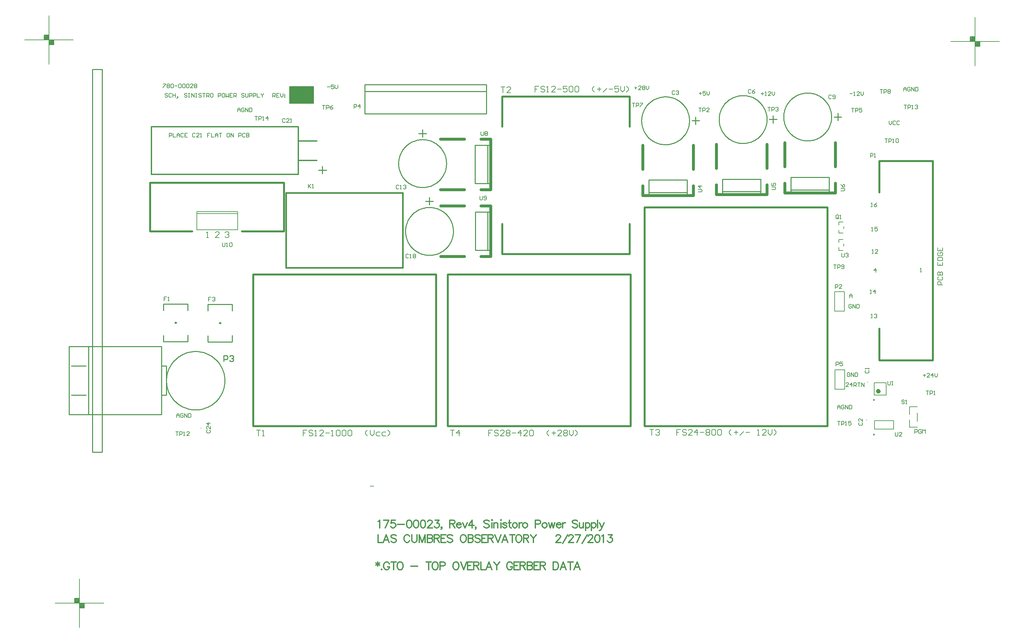
<source format=gto>
%FSLAX23Y23*%
%MOIN*%
G70*
G01*
G75*
G04 Layer_Color=65535*
%ADD10C,0.010*%
%ADD11C,0.010*%
%ADD12C,0.024*%
%ADD13C,0.010*%
%ADD14C,0.020*%
%ADD15C,0.020*%
%ADD16C,0.008*%
%ADD17C,0.030*%
%ADD18C,0.015*%
%ADD19C,0.007*%
%ADD20C,0.006*%
%ADD21C,0.012*%
%ADD22C,0.008*%
%ADD23C,0.007*%
%ADD24C,0.006*%
%ADD25C,0.012*%
%ADD26R,0.043X0.008*%
%ADD27R,0.257X0.184*%
%ADD28C,0.012*%
%ADD29C,0.012*%
D10*
X25058Y15811D02*
X25051Y15816D01*
Y15807D01*
X25058Y15811D01*
X25059Y16168D02*
X25052Y16172D01*
Y16163D01*
X25059Y16168D01*
X18001Y16766D02*
Y16833D01*
X17753Y16766D02*
X18001D01*
X17753D02*
Y16829D01*
X18001Y17085D02*
Y17152D01*
X17753D02*
X18001D01*
X17753Y17085D02*
Y17152D01*
X18459Y16762D02*
Y16829D01*
X18210Y16762D02*
X18459D01*
X18210D02*
Y16825D01*
X18459Y17081D02*
Y17148D01*
X18210D02*
X18459D01*
X18210Y17081D02*
Y17148D01*
D11*
X18138Y15875D02*
D03*
X24983Y15960D02*
D03*
X24993Y16350D02*
D03*
D12*
X25112Y16256D02*
X25107Y16266D01*
X25097Y16268D01*
X25089Y16261D01*
Y16251D01*
X25097Y16245D01*
X25107Y16247D01*
X25112Y16256D01*
D13*
X18382Y16364D02*
X18382Y16374D01*
X18381Y16384D01*
X18381Y16394D01*
X18379Y16404D01*
X18378Y16414D01*
X18376Y16424D01*
X18374Y16434D01*
X18371Y16444D01*
X18369Y16453D01*
X18365Y16463D01*
X18362Y16472D01*
X18358Y16481D01*
X18354Y16491D01*
X18350Y16500D01*
X18345Y16508D01*
X18340Y16517D01*
X18335Y16526D01*
X18329Y16534D01*
X18324Y16542D01*
X18318Y16550D01*
X18311Y16558D01*
X18305Y16565D01*
X18298Y16573D01*
X18291Y16580D01*
X18283Y16587D01*
X18276Y16593D01*
X18268Y16600D01*
X18260Y16606D01*
X18252Y16612D01*
X18244Y16617D01*
X18235Y16622D01*
X18226Y16627D01*
X18217Y16632D01*
X18208Y16636D01*
X18199Y16640D01*
X18190Y16644D01*
X18180Y16648D01*
X18171Y16651D01*
X18161Y16654D01*
X18152Y16656D01*
X18142Y16658D01*
X18132Y16660D01*
X18122Y16662D01*
X18112Y16663D01*
X18102Y16664D01*
X18092Y16664D01*
X18082Y16664D01*
X18072Y16664D01*
X18062Y16664D01*
X18052Y16663D01*
X18042Y16662D01*
X18032Y16660D01*
X18022Y16658D01*
X18013Y16656D01*
X18003Y16654D01*
X17993Y16651D01*
X17984Y16648D01*
X17974Y16644D01*
X17965Y16640D01*
X17956Y16636D01*
X17947Y16632D01*
X17938Y16627D01*
X17929Y16622D01*
X17921Y16617D01*
X17912Y16612D01*
X17904Y16606D01*
X17896Y16600D01*
X17888Y16593D01*
X17881Y16587D01*
X17874Y16580D01*
X17866Y16573D01*
X17860Y16565D01*
X17853Y16558D01*
X17847Y16550D01*
X17841Y16542D01*
X17835Y16534D01*
X17829Y16526D01*
X17824Y16517D01*
X17819Y16508D01*
X17814Y16500D01*
X17810Y16491D01*
X17806Y16481D01*
X17802Y16472D01*
X17799Y16463D01*
X17796Y16453D01*
X17793Y16444D01*
X17790Y16434D01*
X17788Y16424D01*
X17786Y16414D01*
X17785Y16404D01*
X17784Y16394D01*
X17783Y16384D01*
X17782Y16374D01*
X17782Y16364D01*
X17782Y16354D01*
X17783Y16344D01*
X17784Y16334D01*
X17785Y16324D01*
X17786Y16314D01*
X17788Y16304D01*
X17790Y16295D01*
X17793Y16285D01*
X17796Y16275D01*
X17799Y16266D01*
X17802Y16256D01*
X17806Y16247D01*
X17810Y16238D01*
X17814Y16229D01*
X17819Y16220D01*
X17824Y16211D01*
X17829Y16203D01*
X17835Y16194D01*
X17841Y16186D01*
X17847Y16178D01*
X17853Y16171D01*
X17860Y16163D01*
X17866Y16156D01*
X17874Y16149D01*
X17881Y16142D01*
X17888Y16135D01*
X17896Y16129D01*
X17904Y16123D01*
X17912Y16117D01*
X17921Y16111D01*
X17929Y16106D01*
X17938Y16101D01*
X17947Y16096D01*
X17956Y16092D01*
X17965Y16088D01*
X17974Y16084D01*
X17984Y16081D01*
X17993Y16078D01*
X18003Y16075D01*
X18013Y16072D01*
X18022Y16070D01*
X18032Y16068D01*
X18042Y16067D01*
X18052Y16066D01*
X18062Y16065D01*
X18072Y16064D01*
X18082Y16064D01*
X18092Y16064D01*
X18102Y16065D01*
X18112Y16066D01*
X18122Y16067D01*
X18132Y16068D01*
X18142Y16070D01*
X18152Y16072D01*
X18161Y16075D01*
X18171Y16078D01*
X18180Y16081D01*
X18190Y16084D01*
X18199Y16088D01*
X18208Y16092D01*
X18217Y16096D01*
X18226Y16101D01*
X18235Y16106D01*
X18244Y16111D01*
X18252Y16117D01*
X18260Y16123D01*
X18268Y16129D01*
X18276Y16135D01*
X18283Y16142D01*
X18291Y16149D01*
X18298Y16156D01*
X18305Y16163D01*
X18311Y16171D01*
X18318Y16178D01*
X18324Y16186D01*
X18329Y16194D01*
X18335Y16203D01*
X18340Y16211D01*
X18345Y16220D01*
X18350Y16229D01*
X18354Y16238D01*
X18358Y16247D01*
X18362Y16256D01*
X18365Y16266D01*
X18369Y16275D01*
X18371Y16285D01*
X18374Y16295D01*
X18376Y16304D01*
X18378Y16314D01*
X18379Y16324D01*
X18381Y16334D01*
X18381Y16344D01*
X18382Y16354D01*
X18382Y16364D01*
X23159Y19038D02*
X23159Y19048D01*
X23158Y19058D01*
X23157Y19068D01*
X23156Y19078D01*
X23154Y19087D01*
X23152Y19097D01*
X23149Y19107D01*
X23146Y19116D01*
X23143Y19126D01*
X23139Y19135D01*
X23135Y19144D01*
X23131Y19153D01*
X23126Y19162D01*
X23121Y19170D01*
X23115Y19178D01*
X23109Y19187D01*
X23103Y19194D01*
X23097Y19202D01*
X23090Y19209D01*
X23083Y19216D01*
X23075Y19223D01*
X23068Y19229D01*
X23060Y19236D01*
X23052Y19241D01*
X23043Y19247D01*
X23035Y19252D01*
X23026Y19257D01*
X23017Y19261D01*
X23008Y19265D01*
X22999Y19269D01*
X22989Y19272D01*
X22980Y19275D01*
X22970Y19277D01*
X22960Y19279D01*
X22950Y19281D01*
X22941Y19282D01*
X22931Y19283D01*
X22921Y19284D01*
X22911Y19284D01*
X22901Y19284D01*
X22891Y19283D01*
X22881Y19282D01*
X22871Y19280D01*
X22861Y19278D01*
X22851Y19276D01*
X22842Y19273D01*
X22832Y19270D01*
X22823Y19267D01*
X22814Y19263D01*
X22805Y19259D01*
X22796Y19254D01*
X22787Y19249D01*
X22779Y19244D01*
X22771Y19238D01*
X22763Y19233D01*
X22755Y19226D01*
X22747Y19220D01*
X22740Y19213D01*
X22733Y19206D01*
X22726Y19198D01*
X22720Y19191D01*
X22714Y19183D01*
X22708Y19174D01*
X22703Y19166D01*
X22698Y19157D01*
X22693Y19149D01*
X22689Y19140D01*
X22685Y19130D01*
X22682Y19121D01*
X22678Y19112D01*
X22676Y19102D01*
X22673Y19092D01*
X22671Y19083D01*
X22670Y19073D01*
X22668Y19063D01*
X22668Y19053D01*
X22667Y19043D01*
Y19033D01*
X22668Y19023D01*
X22668Y19013D01*
X22670Y19003D01*
X22671Y18993D01*
X22673Y18984D01*
X22676Y18974D01*
X22678Y18964D01*
X22682Y18955D01*
X22685Y18945D01*
X22689Y18936D01*
X22693Y18927D01*
X22698Y18919D01*
X22703Y18910D01*
X22708Y18901D01*
X22714Y18893D01*
X22720Y18885D01*
X22726Y18878D01*
X22733Y18870D01*
X22740Y18863D01*
X22747Y18856D01*
X22755Y18850D01*
X22763Y18843D01*
X22771Y18837D01*
X22779Y18832D01*
X22787Y18827D01*
X22796Y18822D01*
X22805Y18817D01*
X22814Y18813D01*
X22823Y18809D01*
X22832Y18805D01*
X22842Y18802D01*
X22851Y18800D01*
X22861Y18797D01*
X22871Y18796D01*
X22881Y18794D01*
X22891Y18793D01*
X22901Y18792D01*
X22911Y18792D01*
X22921Y18792D01*
X22931Y18792D01*
X22941Y18793D01*
X22950Y18795D01*
X22960Y18796D01*
X22970Y18799D01*
X22980Y18801D01*
X22989Y18804D01*
X22999Y18807D01*
X23008Y18811D01*
X23017Y18815D01*
X23026Y18819D01*
X23035Y18824D01*
X23043Y18829D01*
X23052Y18835D01*
X23060Y18840D01*
X23068Y18846D01*
X23075Y18853D01*
X23083Y18860D01*
X23090Y18867D01*
X23097Y18874D01*
X23103Y18881D01*
X23109Y18889D01*
X23115Y18897D01*
X23121Y18906D01*
X23126Y18914D01*
X23131Y18923D01*
X23135Y18932D01*
X23139Y18941D01*
X23143Y18950D01*
X23146Y18960D01*
X23149Y18969D01*
X23152Y18979D01*
X23154Y18988D01*
X23156Y18998D01*
X23157Y19008D01*
X23158Y19018D01*
X23159Y19028D01*
X23159Y19038D01*
X20732Y17900D02*
X20731Y17910D01*
X20731Y17920D01*
X20730Y17930D01*
X20728Y17940D01*
X20727Y17949D01*
X20724Y17959D01*
X20722Y17969D01*
X20719Y17978D01*
X20715Y17988D01*
X20712Y17997D01*
X20708Y18006D01*
X20703Y18015D01*
X20698Y18024D01*
X20693Y18032D01*
X20688Y18040D01*
X20682Y18049D01*
X20676Y18056D01*
X20669Y18064D01*
X20662Y18071D01*
X20655Y18078D01*
X20648Y18085D01*
X20640Y18091D01*
X20632Y18098D01*
X20624Y18103D01*
X20616Y18109D01*
X20607Y18114D01*
X20598Y18119D01*
X20589Y18123D01*
X20580Y18127D01*
X20571Y18131D01*
X20562Y18134D01*
X20552Y18137D01*
X20542Y18139D01*
X20533Y18141D01*
X20523Y18143D01*
X20513Y18144D01*
X20503Y18145D01*
X20493Y18146D01*
X20483Y18146D01*
X20473Y18146D01*
X20463Y18145D01*
X20453Y18144D01*
X20443Y18142D01*
X20434Y18140D01*
X20424Y18138D01*
X20414Y18135D01*
X20405Y18132D01*
X20395Y18129D01*
X20386Y18125D01*
X20377Y18121D01*
X20368Y18116D01*
X20360Y18111D01*
X20351Y18106D01*
X20343Y18100D01*
X20335Y18095D01*
X20327Y18088D01*
X20320Y18082D01*
X20312Y18075D01*
X20306Y18068D01*
X20299Y18060D01*
X20293Y18053D01*
X20287Y18045D01*
X20281Y18036D01*
X20275Y18028D01*
X20270Y18019D01*
X20266Y18011D01*
X20261Y18002D01*
X20258Y17992D01*
X20254Y17983D01*
X20251Y17974D01*
X20248Y17964D01*
X20246Y17954D01*
X20244Y17945D01*
X20242Y17935D01*
X20241Y17925D01*
X20240Y17915D01*
X20240Y17905D01*
Y17895D01*
X20240Y17885D01*
X20241Y17875D01*
X20242Y17865D01*
X20244Y17855D01*
X20246Y17846D01*
X20248Y17836D01*
X20251Y17826D01*
X20254Y17817D01*
X20258Y17807D01*
X20261Y17798D01*
X20266Y17789D01*
X20270Y17781D01*
X20275Y17772D01*
X20281Y17763D01*
X20287Y17755D01*
X20293Y17747D01*
X20299Y17740D01*
X20306Y17732D01*
X20312Y17725D01*
X20320Y17718D01*
X20327Y17712D01*
X20335Y17705D01*
X20343Y17699D01*
X20351Y17694D01*
X20360Y17689D01*
X20368Y17684D01*
X20377Y17679D01*
X20386Y17675D01*
X20395Y17671D01*
X20405Y17667D01*
X20414Y17664D01*
X20424Y17662D01*
X20434Y17659D01*
X20443Y17658D01*
X20453Y17656D01*
X20463Y17655D01*
X20473Y17654D01*
X20483Y17654D01*
X20493Y17654D01*
X20503Y17654D01*
X20513Y17655D01*
X20523Y17657D01*
X20533Y17658D01*
X20542Y17661D01*
X20552Y17663D01*
X20562Y17666D01*
X20571Y17669D01*
X20580Y17673D01*
X20589Y17677D01*
X20598Y17681D01*
X20607Y17686D01*
X20616Y17691D01*
X20624Y17697D01*
X20632Y17702D01*
X20640Y17708D01*
X20648Y17715D01*
X20655Y17722D01*
X20662Y17729D01*
X20669Y17736D01*
X20676Y17743D01*
X20682Y17751D01*
X20688Y17759D01*
X20693Y17768D01*
X20698Y17776D01*
X20703Y17785D01*
X20708Y17794D01*
X20712Y17803D01*
X20715Y17812D01*
X20719Y17822D01*
X20722Y17831D01*
X20724Y17841D01*
X20727Y17850D01*
X20728Y17860D01*
X20730Y17870D01*
X20731Y17880D01*
X20731Y17890D01*
X20732Y17900D01*
X20661Y18597D02*
X20661Y18607D01*
X20660Y18617D01*
X20659Y18627D01*
X20658Y18637D01*
X20656Y18647D01*
X20654Y18657D01*
X20651Y18666D01*
X20648Y18676D01*
X20645Y18685D01*
X20641Y18695D01*
X20637Y18704D01*
X20633Y18713D01*
X20628Y18721D01*
X20623Y18730D01*
X20617Y18738D01*
X20611Y18746D01*
X20605Y18754D01*
X20599Y18762D01*
X20592Y18769D01*
X20585Y18776D01*
X20577Y18783D01*
X20570Y18789D01*
X20562Y18795D01*
X20554Y18801D01*
X20545Y18806D01*
X20537Y18811D01*
X20528Y18816D01*
X20519Y18821D01*
X20510Y18825D01*
X20501Y18828D01*
X20491Y18832D01*
X20482Y18834D01*
X20472Y18837D01*
X20462Y18839D01*
X20452Y18841D01*
X20443Y18842D01*
X20433Y18843D01*
X20423Y18843D01*
X20413Y18844D01*
X20403Y18843D01*
X20393Y18843D01*
X20383Y18841D01*
X20373Y18840D01*
X20363Y18838D01*
X20353Y18836D01*
X20344Y18833D01*
X20334Y18830D01*
X20325Y18826D01*
X20316Y18823D01*
X20307Y18818D01*
X20298Y18814D01*
X20289Y18809D01*
X20281Y18804D01*
X20273Y18798D01*
X20265Y18792D01*
X20257Y18786D01*
X20249Y18779D01*
X20242Y18772D01*
X20235Y18765D01*
X20228Y18758D01*
X20222Y18750D01*
X20216Y18742D01*
X20210Y18734D01*
X20205Y18726D01*
X20200Y18717D01*
X20195Y18708D01*
X20191Y18699D01*
X20187Y18690D01*
X20184Y18681D01*
X20180Y18671D01*
X20178Y18662D01*
X20175Y18652D01*
X20173Y18642D01*
X20172Y18632D01*
X20170Y18622D01*
X20170Y18612D01*
X20169Y18602D01*
Y18593D01*
X20170Y18583D01*
X20170Y18573D01*
X20172Y18563D01*
X20173Y18553D01*
X20175Y18543D01*
X20178Y18533D01*
X20180Y18524D01*
X20184Y18514D01*
X20187Y18505D01*
X20191Y18496D01*
X20195Y18487D01*
X20200Y18478D01*
X20205Y18469D01*
X20210Y18461D01*
X20216Y18453D01*
X20222Y18445D01*
X20228Y18437D01*
X20235Y18430D01*
X20242Y18423D01*
X20249Y18416D01*
X20257Y18409D01*
X20265Y18403D01*
X20273Y18397D01*
X20281Y18391D01*
X20289Y18386D01*
X20298Y18381D01*
X20307Y18377D01*
X20316Y18372D01*
X20325Y18369D01*
X20334Y18365D01*
X20344Y18362D01*
X20353Y18359D01*
X20363Y18357D01*
X20373Y18355D01*
X20383Y18354D01*
X20393Y18352D01*
X20403Y18352D01*
X20413Y18351D01*
X20423Y18352D01*
X20433Y18352D01*
X20443Y18353D01*
X20452Y18354D01*
X20462Y18356D01*
X20472Y18358D01*
X20482Y18361D01*
X20491Y18363D01*
X20501Y18367D01*
X20510Y18370D01*
X20519Y18374D01*
X20528Y18379D01*
X20537Y18384D01*
X20545Y18389D01*
X20554Y18394D01*
X20562Y18400D01*
X20570Y18406D01*
X20577Y18412D01*
X20585Y18419D01*
X20592Y18426D01*
X20599Y18433D01*
X20605Y18441D01*
X20611Y18449D01*
X20617Y18457D01*
X20623Y18465D01*
X20628Y18474D01*
X20633Y18482D01*
X20637Y18491D01*
X20641Y18500D01*
X20645Y18510D01*
X20648Y18519D01*
X20651Y18529D01*
X20654Y18538D01*
X20656Y18548D01*
X20658Y18558D01*
X20659Y18568D01*
X20660Y18578D01*
X20661Y18588D01*
X20661Y18597D01*
X24620Y19077D02*
X24619Y19087D01*
X24619Y19097D01*
X24618Y19107D01*
X24616Y19117D01*
X24615Y19126D01*
X24612Y19136D01*
X24610Y19146D01*
X24607Y19155D01*
X24603Y19165D01*
X24600Y19174D01*
X24596Y19183D01*
X24591Y19192D01*
X24586Y19201D01*
X24581Y19209D01*
X24576Y19217D01*
X24570Y19226D01*
X24563Y19233D01*
X24557Y19241D01*
X24550Y19248D01*
X24543Y19255D01*
X24536Y19262D01*
X24528Y19268D01*
X24520Y19275D01*
X24512Y19280D01*
X24504Y19286D01*
X24495Y19291D01*
X24486Y19296D01*
X24477Y19300D01*
X24468Y19304D01*
X24459Y19308D01*
X24450Y19311D01*
X24440Y19314D01*
X24430Y19316D01*
X24421Y19318D01*
X24411Y19320D01*
X24401Y19321D01*
X24391Y19322D01*
X24381Y19323D01*
X24371Y19323D01*
X24361Y19323D01*
X24351Y19322D01*
X24341Y19321D01*
X24331Y19319D01*
X24322Y19317D01*
X24312Y19315D01*
X24302Y19312D01*
X24293Y19309D01*
X24283Y19306D01*
X24274Y19302D01*
X24265Y19298D01*
X24256Y19293D01*
X24248Y19288D01*
X24239Y19283D01*
X24231Y19277D01*
X24223Y19272D01*
X24215Y19265D01*
X24208Y19259D01*
X24200Y19252D01*
X24194Y19245D01*
X24187Y19237D01*
X24181Y19230D01*
X24175Y19222D01*
X24169Y19213D01*
X24163Y19205D01*
X24158Y19196D01*
X24154Y19188D01*
X24149Y19179D01*
X24146Y19169D01*
X24142Y19160D01*
X24139Y19151D01*
X24136Y19141D01*
X24134Y19131D01*
X24132Y19122D01*
X24130Y19112D01*
X24129Y19102D01*
X24128Y19092D01*
X24128Y19082D01*
Y19072D01*
X24128Y19062D01*
X24129Y19052D01*
X24130Y19042D01*
X24132Y19032D01*
X24134Y19023D01*
X24136Y19013D01*
X24139Y19003D01*
X24142Y18994D01*
X24146Y18984D01*
X24149Y18975D01*
X24154Y18966D01*
X24158Y18958D01*
X24163Y18949D01*
X24169Y18940D01*
X24175Y18932D01*
X24181Y18924D01*
X24187Y18917D01*
X24194Y18909D01*
X24200Y18902D01*
X24208Y18895D01*
X24215Y18889D01*
X24223Y18882D01*
X24231Y18876D01*
X24239Y18871D01*
X24248Y18866D01*
X24256Y18861D01*
X24265Y18856D01*
X24274Y18852D01*
X24283Y18848D01*
X24293Y18844D01*
X24302Y18841D01*
X24312Y18839D01*
X24322Y18836D01*
X24331Y18835D01*
X24341Y18833D01*
X24351Y18832D01*
X24361Y18831D01*
X24371Y18831D01*
X24381Y18831D01*
X24391Y18831D01*
X24401Y18832D01*
X24411Y18834D01*
X24421Y18835D01*
X24430Y18838D01*
X24440Y18840D01*
X24450Y18843D01*
X24459Y18846D01*
X24468Y18850D01*
X24477Y18854D01*
X24486Y18858D01*
X24495Y18863D01*
X24504Y18868D01*
X24512Y18874D01*
X24520Y18879D01*
X24528Y18885D01*
X24536Y18892D01*
X24543Y18899D01*
X24550Y18906D01*
X24557Y18913D01*
X24563Y18920D01*
X24570Y18928D01*
X24576Y18936D01*
X24581Y18945D01*
X24586Y18953D01*
X24591Y18962D01*
X24596Y18971D01*
X24600Y18980D01*
X24603Y18989D01*
X24607Y18999D01*
X24610Y19008D01*
X24612Y19018D01*
X24615Y19027D01*
X24616Y19037D01*
X24618Y19047D01*
X24619Y19057D01*
X24619Y19067D01*
X24620Y19077D01*
X23956Y19051D02*
X23956Y19061D01*
X23955Y19071D01*
X23954Y19081D01*
X23953Y19091D01*
X23951Y19100D01*
X23949Y19110D01*
X23946Y19120D01*
X23943Y19129D01*
X23940Y19139D01*
X23936Y19148D01*
X23932Y19157D01*
X23927Y19166D01*
X23922Y19175D01*
X23917Y19183D01*
X23912Y19191D01*
X23906Y19200D01*
X23900Y19207D01*
X23893Y19215D01*
X23886Y19222D01*
X23879Y19229D01*
X23872Y19236D01*
X23864Y19242D01*
X23856Y19249D01*
X23848Y19254D01*
X23840Y19260D01*
X23831Y19265D01*
X23823Y19270D01*
X23814Y19274D01*
X23804Y19278D01*
X23795Y19282D01*
X23786Y19285D01*
X23776Y19288D01*
X23767Y19290D01*
X23757Y19292D01*
X23747Y19294D01*
X23737Y19295D01*
X23727Y19296D01*
X23717Y19297D01*
X23707Y19297D01*
X23697Y19297D01*
X23687Y19296D01*
X23677Y19295D01*
X23668Y19293D01*
X23658Y19291D01*
X23648Y19289D01*
X23638Y19286D01*
X23629Y19283D01*
X23620Y19280D01*
X23610Y19276D01*
X23601Y19272D01*
X23593Y19267D01*
X23584Y19262D01*
X23575Y19257D01*
X23567Y19251D01*
X23559Y19246D01*
X23551Y19239D01*
X23544Y19233D01*
X23537Y19226D01*
X23530Y19219D01*
X23523Y19211D01*
X23517Y19204D01*
X23511Y19196D01*
X23505Y19187D01*
X23500Y19179D01*
X23495Y19170D01*
X23490Y19162D01*
X23486Y19153D01*
X23482Y19143D01*
X23478Y19134D01*
X23475Y19125D01*
X23472Y19115D01*
X23470Y19105D01*
X23468Y19096D01*
X23466Y19086D01*
X23465Y19076D01*
X23464Y19066D01*
X23464Y19056D01*
Y19046D01*
X23464Y19036D01*
X23465Y19026D01*
X23466Y19016D01*
X23468Y19006D01*
X23470Y18997D01*
X23472Y18987D01*
X23475Y18977D01*
X23478Y18968D01*
X23482Y18958D01*
X23486Y18949D01*
X23490Y18940D01*
X23495Y18932D01*
X23500Y18923D01*
X23505Y18914D01*
X23511Y18906D01*
X23517Y18898D01*
X23523Y18891D01*
X23530Y18883D01*
X23537Y18876D01*
X23544Y18869D01*
X23551Y18863D01*
X23559Y18856D01*
X23567Y18850D01*
X23575Y18845D01*
X23584Y18840D01*
X23593Y18835D01*
X23601Y18830D01*
X23610Y18826D01*
X23620Y18822D01*
X23629Y18818D01*
X23638Y18815D01*
X23648Y18813D01*
X23658Y18810D01*
X23668Y18809D01*
X23677Y18807D01*
X23687Y18806D01*
X23697Y18805D01*
X23707Y18805D01*
X23717Y18805D01*
X23727Y18805D01*
X23737Y18806D01*
X23747Y18808D01*
X23757Y18809D01*
X23767Y18812D01*
X23776Y18814D01*
X23786Y18817D01*
X23795Y18820D01*
X23804Y18824D01*
X23814Y18828D01*
X23823Y18832D01*
X23831Y18837D01*
X23840Y18842D01*
X23848Y18848D01*
X23856Y18853D01*
X23864Y18859D01*
X23872Y18866D01*
X23879Y18873D01*
X23886Y18880D01*
X23893Y18887D01*
X23900Y18894D01*
X23906Y18902D01*
X23912Y18910D01*
X23917Y18919D01*
X23922Y18927D01*
X23927Y18936D01*
X23932Y18945D01*
X23936Y18954D01*
X23940Y18963D01*
X23943Y18973D01*
X23946Y18982D01*
X23949Y18992D01*
X23951Y19001D01*
X23953Y19011D01*
X23954Y19021D01*
X23955Y19031D01*
X23956Y19041D01*
X23956Y19051D01*
X23136Y18428D02*
X23136Y18270D01*
X22742Y18428D02*
X23136D01*
X22742Y18270D02*
X22742Y18428D01*
X22742Y18270D02*
X22742Y18300D01*
X23136D01*
X16807Y16214D02*
X16957D01*
X16807Y16514D02*
X16957D01*
X16982Y16014D02*
Y16714D01*
X16782D02*
X16982D01*
X17732Y16214D02*
Y16514D01*
Y16714D01*
Y16514D02*
X17782D01*
X17732Y16014D02*
Y16214D01*
X16782Y16664D02*
Y16714D01*
X17732D01*
X16782Y16014D02*
X17732D01*
X16782D02*
Y16664D01*
X17782Y16214D02*
Y16514D01*
X17732Y16214D02*
X17782D01*
X19822Y19338D02*
X19854D01*
X21072D01*
X19822Y19108D02*
X21072D01*
X19822Y19408D02*
X20992D01*
X19822Y19228D02*
Y19408D01*
X20992D02*
X21072D01*
Y19108D02*
Y19408D01*
X19822Y19108D02*
Y19228D01*
X23223Y19038D02*
Y19077D01*
Y19038D02*
X23263D01*
X23223Y18999D02*
Y19038D01*
X23184D02*
X23223D01*
X20960Y18100D02*
X21117Y18100D01*
X20960Y17706D02*
Y18100D01*
Y17706D02*
X21117Y17706D01*
X21087Y17706D02*
X21117Y17706D01*
X21087Y17706D02*
Y18100D01*
X20957Y18787D02*
X21115Y18787D01*
X20957Y18393D02*
Y18787D01*
Y18393D02*
X21115Y18393D01*
X21085Y18393D02*
X21115Y18393D01*
X21085Y18393D02*
Y18787D01*
X19391Y18530D02*
X19430D01*
X19385Y18491D02*
Y18530D01*
X19345D02*
X19385D01*
Y18531D02*
Y18570D01*
X20446Y18210D02*
X20486D01*
Y18249D01*
Y18210D02*
X20525D01*
X20486Y18171D02*
Y18210D01*
X20376Y18907D02*
X20415D01*
Y18947D01*
Y18907D02*
X20455D01*
X20415Y18868D02*
Y18907D01*
X24596Y18296D02*
Y18454D01*
X24202D02*
X24596D01*
X24202Y18296D02*
Y18454D01*
Y18296D02*
Y18326D01*
X24596D01*
X23892Y18437D02*
X23892Y18279D01*
X23498Y18437D02*
X23892D01*
X23498Y18279D02*
X23498Y18437D01*
X23498Y18279D02*
X23498Y18309D01*
X23892D01*
X24684Y19077D02*
Y19116D01*
Y19077D02*
X24723D01*
X24684Y19038D02*
Y19077D01*
X24644D02*
X24684D01*
X24020Y19051D02*
Y19090D01*
Y19051D02*
X24059D01*
X24020Y19012D02*
Y19051D01*
X23980D02*
X24020D01*
X17021Y15630D02*
X17121D01*
X17021D02*
Y19567D01*
X17121D01*
Y15630D02*
Y19567D01*
X18373Y16563D02*
Y16623D01*
X18403D01*
X18413Y16613D01*
Y16593D01*
X18403Y16583D01*
X18373D01*
X18433Y16613D02*
X18443Y16623D01*
X18463D01*
X18473Y16613D01*
Y16603D01*
X18463Y16593D01*
X18453D01*
X18463D01*
X18473Y16583D01*
Y16573D01*
X18463Y16563D01*
X18443D01*
X18433Y16573D01*
D14*
X17883Y16959D02*
X17875D01*
X17883D01*
X18340Y16955D02*
X18333D01*
X18340D01*
X17615Y17900D02*
X18049D01*
X18559D02*
X18993D01*
Y18400D01*
X17615D02*
X18993D01*
X17615Y17900D02*
Y18400D01*
D15*
X22699Y18146D02*
X24579D01*
X22699Y15896D02*
Y18146D01*
Y15896D02*
X24579D01*
Y18146D01*
X22545Y18975D02*
Y19285D01*
Y17665D02*
Y17975D01*
X21235Y18975D02*
Y19285D01*
Y17665D02*
Y17975D01*
Y19285D02*
X22545D01*
X21235Y17665D02*
X22545D01*
X20674Y15895D02*
X22554D01*
X20674D02*
Y17455D01*
X22554D01*
Y15895D02*
Y17455D01*
X25112Y16573D02*
Y16898D01*
Y18298D02*
Y18623D01*
Y16573D02*
X25662D01*
Y17598D01*
X25112Y18623D02*
X25662D01*
Y17598D02*
Y18623D01*
X18675Y15895D02*
X20555D01*
X18675D02*
Y17455D01*
X20555D01*
Y15895D02*
Y17455D01*
D16*
X18515Y17914D02*
Y18103D01*
X18094Y17914D02*
Y18103D01*
Y17914D02*
X18515D01*
X18094Y18103D02*
X18515D01*
X18094Y18083D02*
X18515D01*
X25260Y15867D02*
Y15953D01*
X25063Y15867D02*
Y15953D01*
X25260D01*
X25063Y15867D02*
X25260D01*
X25182Y16217D02*
Y16343D01*
X25060Y16217D02*
Y16343D01*
X25182D01*
X25060Y16217D02*
X25182D01*
X24651Y17280D02*
X24751D01*
Y17080D02*
Y17280D01*
X24651Y17080D02*
X24751D01*
X24651D02*
Y17280D01*
X24757Y16274D02*
Y16474D01*
X24657D02*
X24757D01*
X24657Y16274D02*
Y16474D01*
Y16274D02*
X24757D01*
D17*
X22939Y18270D02*
X23198D01*
X22679D02*
X22939D01*
X22679D02*
X22679Y18370D01*
X22679Y18785D02*
X22679Y18540D01*
X23198Y18270D02*
X23199Y18370D01*
Y18540D02*
X23199Y18785D01*
X21117Y17903D02*
Y18162D01*
Y17643D02*
Y17903D01*
X21017Y17643D02*
X21117Y17643D01*
X20602D02*
X20847Y17643D01*
X21017Y18163D02*
X21117Y18162D01*
X20602Y18163D02*
X20847Y18163D01*
X21115Y18590D02*
Y18849D01*
Y18330D02*
Y18590D01*
X21015Y18330D02*
X21115Y18330D01*
X20600D02*
X20845Y18330D01*
X21015Y18850D02*
X21115Y18849D01*
X20600Y18850D02*
X20845Y18850D01*
X24399Y18296D02*
X24658D01*
X24139D02*
X24399D01*
X24139D02*
Y18396D01*
Y18566D02*
Y18811D01*
X24658Y18296D02*
X24659Y18396D01*
Y18566D02*
Y18811D01*
X23695Y18279D02*
X23954D01*
X23435D02*
X23695D01*
X23435D02*
X23435Y18379D01*
X23435Y18794D02*
X23435Y18549D01*
X23954Y18279D02*
X23955Y18379D01*
Y18549D02*
X23955Y18794D01*
D18*
X20213Y17526D02*
Y18294D01*
X19012Y17526D02*
X20213D01*
X19012D02*
Y18294D01*
X20213D01*
D19*
X25422Y16017D02*
Y16096D01*
X25501D01*
Y15947D02*
Y16033D01*
X25422Y15884D02*
X25501D01*
X25422D02*
Y15962D01*
D20*
X24696Y17817D02*
X24739D01*
X24696Y17703D02*
X24739D01*
X24696Y17786D02*
Y17817D01*
Y17703D02*
Y17734D01*
X24746Y17749D02*
Y17771D01*
X24745Y17928D02*
Y17950D01*
X24695Y17882D02*
Y17913D01*
Y17965D02*
Y17996D01*
Y17882D02*
X24738D01*
X24695Y17996D02*
X24738D01*
X25361Y19342D02*
Y19369D01*
X25374Y19382D01*
X25388Y19369D01*
Y19342D01*
Y19362D01*
X25361D01*
X25428Y19375D02*
X25421Y19382D01*
X25408D01*
X25401Y19375D01*
Y19349D01*
X25408Y19342D01*
X25421D01*
X25428Y19349D01*
Y19362D01*
X25414D01*
X25441Y19342D02*
Y19382D01*
X25468Y19342D01*
Y19382D01*
X25481D02*
Y19342D01*
X25501D01*
X25508Y19349D01*
Y19375D01*
X25501Y19382D01*
X25481D01*
X17890Y15985D02*
Y16012D01*
X17903Y16025D01*
X17917Y16012D01*
Y15985D01*
Y16005D01*
X17890D01*
X17957Y16018D02*
X17950Y16025D01*
X17937D01*
X17930Y16018D01*
Y15992D01*
X17937Y15985D01*
X17950D01*
X17957Y15992D01*
Y16005D01*
X17943D01*
X17970Y15985D02*
Y16025D01*
X17997Y15985D01*
Y16025D01*
X18010D02*
Y15985D01*
X18030D01*
X18037Y15992D01*
Y16018D01*
X18030Y16025D01*
X18010D01*
X24683Y16072D02*
Y16099D01*
X24696Y16112D01*
X24710Y16099D01*
Y16072D01*
Y16092D01*
X24683D01*
X24750Y16105D02*
X24743Y16112D01*
X24730D01*
X24723Y16105D01*
Y16079D01*
X24730Y16072D01*
X24743D01*
X24750Y16079D01*
Y16092D01*
X24736D01*
X24763Y16072D02*
Y16112D01*
X24790Y16072D01*
Y16112D01*
X24803D02*
Y16072D01*
X24823D01*
X24830Y16079D01*
Y16105D01*
X24823Y16112D01*
X24803D01*
X25561Y16419D02*
X25588D01*
X25574Y16432D02*
Y16406D01*
X25628Y16399D02*
X25601D01*
X25628Y16426D01*
Y16432D01*
X25621Y16439D01*
X25608D01*
X25601Y16432D01*
X25661Y16399D02*
Y16439D01*
X25641Y16419D01*
X25668D01*
X25681Y16439D02*
Y16412D01*
X25694Y16399D01*
X25708Y16412D01*
Y16439D01*
X25211Y19036D02*
Y19009D01*
X25224Y18996D01*
X25238Y19009D01*
Y19036D01*
X25278Y19029D02*
X25271Y19036D01*
X25258D01*
X25251Y19029D01*
Y19003D01*
X25258Y18996D01*
X25271D01*
X25278Y19003D01*
X25318Y19029D02*
X25311Y19036D01*
X25298D01*
X25291Y19029D01*
Y19003D01*
X25298Y18996D01*
X25311D01*
X25318Y19003D01*
X18516Y19129D02*
Y19156D01*
X18529Y19169D01*
X18543Y19156D01*
Y19129D01*
Y19149D01*
X18516D01*
X18583Y19162D02*
X18576Y19169D01*
X18563D01*
X18556Y19162D01*
Y19136D01*
X18563Y19129D01*
X18576D01*
X18583Y19136D01*
Y19149D01*
X18569D01*
X18596Y19129D02*
Y19169D01*
X18623Y19129D01*
Y19169D01*
X18636D02*
Y19129D01*
X18656D01*
X18663Y19136D01*
Y19162D01*
X18656Y19169D01*
X18636D01*
X19437Y19384D02*
X19464D01*
X19504Y19404D02*
X19477D01*
Y19384D01*
X19490Y19391D01*
X19497D01*
X19504Y19384D01*
Y19371D01*
X19497Y19364D01*
X19484D01*
X19477Y19371D01*
X19517Y19404D02*
Y19377D01*
X19530Y19364D01*
X19544Y19377D01*
Y19404D01*
X22594Y19375D02*
X22621D01*
X22607Y19388D02*
Y19362D01*
X22661Y19355D02*
X22634D01*
X22661Y19382D01*
Y19388D01*
X22654Y19395D01*
X22641D01*
X22634Y19388D01*
X22674D02*
X22681Y19395D01*
X22694D01*
X22701Y19388D01*
Y19382D01*
X22694Y19375D01*
X22701Y19368D01*
Y19362D01*
X22694Y19355D01*
X22681D01*
X22674Y19362D01*
Y19368D01*
X22681Y19375D01*
X22674Y19382D01*
Y19388D01*
X22681Y19375D02*
X22694D01*
X22714Y19395D02*
Y19368D01*
X22727Y19355D01*
X22741Y19368D01*
Y19395D01*
X23258Y19318D02*
X23285D01*
X23271Y19331D02*
Y19305D01*
X23325Y19338D02*
X23298D01*
Y19318D01*
X23311Y19325D01*
X23318D01*
X23325Y19318D01*
Y19305D01*
X23318Y19298D01*
X23305D01*
X23298Y19305D01*
X23338Y19338D02*
Y19311D01*
X23351Y19298D01*
X23365Y19311D01*
Y19338D01*
X23897Y19316D02*
X23924D01*
X23910Y19329D02*
Y19303D01*
X23937Y19296D02*
X23950D01*
X23944D01*
Y19336D01*
X23937Y19329D01*
X23997Y19296D02*
X23970D01*
X23997Y19323D01*
Y19329D01*
X23990Y19336D01*
X23977D01*
X23970Y19329D01*
X24010Y19336D02*
Y19309D01*
X24024Y19296D01*
X24037Y19309D01*
Y19336D01*
X24808Y19317D02*
X24835D01*
X24848Y19297D02*
X24861D01*
X24855D01*
Y19337D01*
X24848Y19330D01*
X24908Y19297D02*
X24881D01*
X24908Y19324D01*
Y19330D01*
X24901Y19337D01*
X24888D01*
X24881Y19330D01*
X24921Y19337D02*
Y19310D01*
X24935Y19297D01*
X24948Y19310D01*
Y19337D01*
X24796Y16303D02*
X24769D01*
X24796Y16330D01*
Y16336D01*
X24789Y16343D01*
X24776D01*
X24769Y16336D01*
X24829Y16303D02*
Y16343D01*
X24809Y16323D01*
X24836D01*
X24849Y16303D02*
Y16343D01*
X24869D01*
X24876Y16336D01*
Y16323D01*
X24869Y16316D01*
X24849D01*
X24862D02*
X24876Y16303D01*
X24889Y16343D02*
X24916D01*
X24902D01*
Y16303D01*
X24929D02*
Y16343D01*
X24956Y16303D01*
Y16343D01*
X24810Y16437D02*
X24803Y16444D01*
X24790D01*
X24783Y16437D01*
Y16411D01*
X24790Y16404D01*
X24803D01*
X24810Y16411D01*
Y16424D01*
X24796D01*
X24823Y16404D02*
Y16444D01*
X24850Y16404D01*
Y16444D01*
X24863D02*
Y16404D01*
X24883D01*
X24890Y16411D01*
Y16437D01*
X24883Y16444D01*
X24863D01*
X24826Y17143D02*
X24819Y17150D01*
X24806D01*
X24799Y17143D01*
Y17117D01*
X24806Y17110D01*
X24819D01*
X24826Y17117D01*
Y17130D01*
X24812D01*
X24839Y17110D02*
Y17150D01*
X24866Y17110D01*
Y17150D01*
X24879D02*
Y17110D01*
X24899D01*
X24906Y17117D01*
Y17143D01*
X24899Y17150D01*
X24879D01*
X24805Y17214D02*
Y17241D01*
X24818Y17254D01*
X24832Y17241D01*
Y17214D01*
Y17234D01*
X24805D01*
D21*
X19140Y18630D02*
X19330D01*
X19140Y18830D02*
X19330D01*
X19140Y18485D02*
Y18730D01*
Y18975D01*
X17630Y18485D02*
Y18975D01*
Y18485D02*
X19140D01*
X17630Y18975D02*
X19140D01*
D22*
X22752Y15861D02*
X22792D01*
X22772D01*
Y15801D01*
X22812Y15851D02*
X22822Y15861D01*
X22842D01*
X22852Y15851D01*
Y15841D01*
X22842Y15831D01*
X22832D01*
X22842D01*
X22852Y15821D01*
Y15811D01*
X22842Y15801D01*
X22822D01*
X22812Y15811D01*
X21223Y19385D02*
X21263D01*
X21243D01*
Y19325D01*
X21323D02*
X21283D01*
X21323Y19365D01*
Y19375D01*
X21313Y19385D01*
X21293D01*
X21283Y19375D01*
X20702Y15857D02*
X20742D01*
X20722D01*
Y15797D01*
X20792D02*
Y15857D01*
X20762Y15827D01*
X20802D01*
X25762Y17348D02*
X25712D01*
Y17373D01*
X25720Y17382D01*
X25737D01*
X25745Y17373D01*
Y17348D01*
X25720Y17432D02*
X25712Y17423D01*
Y17407D01*
X25720Y17398D01*
X25754D01*
X25762Y17407D01*
Y17423D01*
X25754Y17432D01*
X25712Y17448D02*
X25762D01*
Y17473D01*
X25754Y17482D01*
X25745D01*
X25737Y17473D01*
Y17448D01*
Y17473D01*
X25729Y17482D01*
X25720D01*
X25712Y17473D01*
Y17448D01*
Y17582D02*
Y17548D01*
X25762D01*
Y17582D01*
X25737Y17548D02*
Y17565D01*
X25712Y17598D02*
X25762D01*
Y17623D01*
X25754Y17632D01*
X25720D01*
X25712Y17623D01*
Y17598D01*
X25720Y17682D02*
X25712Y17673D01*
Y17657D01*
X25720Y17648D01*
X25754D01*
X25762Y17657D01*
Y17673D01*
X25754Y17682D01*
X25737D01*
Y17665D01*
X25712Y17732D02*
Y17698D01*
X25762D01*
Y17732D01*
X25737Y17698D02*
Y17715D01*
X18708Y15857D02*
X18748D01*
X18728D01*
Y15797D01*
X18768D02*
X18788D01*
X18778D01*
Y15857D01*
X18768Y15847D01*
X21611Y19393D02*
X21571D01*
Y19363D01*
X21591D01*
X21571D01*
Y19333D01*
X21671Y19383D02*
X21661Y19393D01*
X21641D01*
X21631Y19383D01*
Y19373D01*
X21641Y19363D01*
X21661D01*
X21671Y19353D01*
Y19343D01*
X21661Y19333D01*
X21641D01*
X21631Y19343D01*
X21691Y19333D02*
X21711D01*
X21701D01*
Y19393D01*
X21691Y19383D01*
X21781Y19333D02*
X21741D01*
X21781Y19373D01*
Y19383D01*
X21771Y19393D01*
X21751D01*
X21741Y19383D01*
X21801Y19363D02*
X21841D01*
X21901Y19393D02*
X21861D01*
Y19363D01*
X21881Y19373D01*
X21891D01*
X21901Y19363D01*
Y19343D01*
X21891Y19333D01*
X21871D01*
X21861Y19343D01*
X21921Y19383D02*
X21931Y19393D01*
X21951D01*
X21961Y19383D01*
Y19343D01*
X21951Y19333D01*
X21931D01*
X21921Y19343D01*
Y19383D01*
X21981D02*
X21991Y19393D01*
X22011D01*
X22021Y19383D01*
Y19343D01*
X22011Y19333D01*
X21991D01*
X21981Y19343D01*
Y19383D01*
X22181Y19333D02*
X22161Y19353D01*
Y19373D01*
X22181Y19393D01*
X22211Y19363D02*
X22251D01*
X22231Y19383D02*
Y19343D01*
X22271Y19333D02*
X22311Y19373D01*
X22331Y19363D02*
X22371D01*
X22431Y19393D02*
X22391D01*
Y19363D01*
X22411Y19373D01*
X22421D01*
X22431Y19363D01*
Y19343D01*
X22421Y19333D01*
X22401D01*
X22391Y19343D01*
X22451Y19393D02*
Y19353D01*
X22471Y19333D01*
X22491Y19353D01*
Y19393D01*
X22511Y19333D02*
X22531Y19353D01*
Y19373D01*
X22511Y19393D01*
X23068Y15861D02*
X23028D01*
Y15831D01*
X23048D01*
X23028D01*
Y15801D01*
X23128Y15851D02*
X23118Y15861D01*
X23098D01*
X23088Y15851D01*
Y15841D01*
X23098Y15831D01*
X23118D01*
X23128Y15821D01*
Y15811D01*
X23118Y15801D01*
X23098D01*
X23088Y15811D01*
X23188Y15801D02*
X23148D01*
X23188Y15841D01*
Y15851D01*
X23178Y15861D01*
X23158D01*
X23148Y15851D01*
X23238Y15801D02*
Y15861D01*
X23208Y15831D01*
X23248D01*
X23268D02*
X23308D01*
X23328Y15851D02*
X23338Y15861D01*
X23358D01*
X23368Y15851D01*
Y15841D01*
X23358Y15831D01*
X23368Y15821D01*
Y15811D01*
X23358Y15801D01*
X23338D01*
X23328Y15811D01*
Y15821D01*
X23338Y15831D01*
X23328Y15841D01*
Y15851D01*
X23338Y15831D02*
X23358D01*
X23388Y15851D02*
X23398Y15861D01*
X23418D01*
X23428Y15851D01*
Y15811D01*
X23418Y15801D01*
X23398D01*
X23388Y15811D01*
Y15851D01*
X23448D02*
X23458Y15861D01*
X23478D01*
X23488Y15851D01*
Y15811D01*
X23478Y15801D01*
X23458D01*
X23448Y15811D01*
Y15851D01*
X23588Y15801D02*
X23568Y15821D01*
Y15841D01*
X23588Y15861D01*
X23618Y15831D02*
X23658D01*
X23638Y15851D02*
Y15811D01*
X23678Y15801D02*
X23718Y15841D01*
X23738Y15831D02*
X23778D01*
X23858Y15801D02*
X23878D01*
X23868D01*
Y15861D01*
X23858Y15851D01*
X23948Y15801D02*
X23908D01*
X23948Y15841D01*
Y15851D01*
X23938Y15861D01*
X23918D01*
X23908Y15851D01*
X23968Y15861D02*
Y15821D01*
X23988Y15801D01*
X24008Y15821D01*
Y15861D01*
X24028Y15801D02*
X24048Y15821D01*
Y15841D01*
X24028Y15861D01*
X21137Y15857D02*
X21097D01*
Y15827D01*
X21117D01*
X21097D01*
Y15797D01*
X21197Y15847D02*
X21187Y15857D01*
X21167D01*
X21157Y15847D01*
Y15837D01*
X21167Y15827D01*
X21187D01*
X21197Y15817D01*
Y15807D01*
X21187Y15797D01*
X21167D01*
X21157Y15807D01*
X21257Y15797D02*
X21217D01*
X21257Y15837D01*
Y15847D01*
X21247Y15857D01*
X21227D01*
X21217Y15847D01*
X21277D02*
X21287Y15857D01*
X21307D01*
X21317Y15847D01*
Y15837D01*
X21307Y15827D01*
X21317Y15817D01*
Y15807D01*
X21307Y15797D01*
X21287D01*
X21277Y15807D01*
Y15817D01*
X21287Y15827D01*
X21277Y15837D01*
Y15847D01*
X21287Y15827D02*
X21307D01*
X21337D02*
X21377D01*
X21427Y15797D02*
Y15857D01*
X21397Y15827D01*
X21437D01*
X21497Y15797D02*
X21457D01*
X21497Y15837D01*
Y15847D01*
X21487Y15857D01*
X21467D01*
X21457Y15847D01*
X21517D02*
X21527Y15857D01*
X21547D01*
X21557Y15847D01*
Y15807D01*
X21547Y15797D01*
X21527D01*
X21517Y15807D01*
Y15847D01*
X21717Y15797D02*
X21697Y15817D01*
Y15837D01*
X21717Y15857D01*
X21747Y15827D02*
X21787D01*
X21767Y15847D02*
Y15807D01*
X21847Y15797D02*
X21807D01*
X21847Y15837D01*
Y15847D01*
X21837Y15857D01*
X21817D01*
X21807Y15847D01*
X21867D02*
X21877Y15857D01*
X21897D01*
X21907Y15847D01*
Y15837D01*
X21897Y15827D01*
X21907Y15817D01*
Y15807D01*
X21897Y15797D01*
X21877D01*
X21867Y15807D01*
Y15817D01*
X21877Y15827D01*
X21867Y15837D01*
Y15847D01*
X21877Y15827D02*
X21897D01*
X21927Y15857D02*
Y15817D01*
X21947Y15797D01*
X21967Y15817D01*
Y15857D01*
X21987Y15797D02*
X22007Y15817D01*
Y15837D01*
X21987Y15857D01*
X19230D02*
X19190D01*
Y15827D01*
X19210D01*
X19190D01*
Y15797D01*
X19290Y15847D02*
X19280Y15857D01*
X19260D01*
X19250Y15847D01*
Y15837D01*
X19260Y15827D01*
X19280D01*
X19290Y15817D01*
Y15807D01*
X19280Y15797D01*
X19260D01*
X19250Y15807D01*
X19310Y15797D02*
X19330D01*
X19320D01*
Y15857D01*
X19310Y15847D01*
X19400Y15797D02*
X19360D01*
X19400Y15837D01*
Y15847D01*
X19390Y15857D01*
X19370D01*
X19360Y15847D01*
X19420Y15827D02*
X19460D01*
X19480Y15797D02*
X19500D01*
X19490D01*
Y15857D01*
X19480Y15847D01*
X19530D02*
X19540Y15857D01*
X19560D01*
X19570Y15847D01*
Y15807D01*
X19560Y15797D01*
X19540D01*
X19530Y15807D01*
Y15847D01*
X19590D02*
X19600Y15857D01*
X19620D01*
X19630Y15847D01*
Y15807D01*
X19620Y15797D01*
X19600D01*
X19590Y15807D01*
Y15847D01*
X19650D02*
X19660Y15857D01*
X19680D01*
X19690Y15847D01*
Y15807D01*
X19680Y15797D01*
X19660D01*
X19650Y15807D01*
Y15847D01*
X19850Y15797D02*
X19830Y15817D01*
Y15837D01*
X19850Y15857D01*
X19880D02*
Y15817D01*
X19900Y15797D01*
X19920Y15817D01*
Y15857D01*
X19980Y15837D02*
X19950D01*
X19940Y15827D01*
Y15807D01*
X19950Y15797D01*
X19980D01*
X20040Y15837D02*
X20010D01*
X20000Y15827D01*
Y15807D01*
X20010Y15797D01*
X20040D01*
X20060D02*
X20080Y15817D01*
Y15837D01*
X20060Y15857D01*
X26066Y19877D02*
X26076D01*
X26066Y19872D02*
Y19882D01*
Y19872D02*
X26076D01*
Y19882D01*
X26066D02*
X26076D01*
X26061Y19867D02*
Y19882D01*
Y19867D02*
X26081D01*
Y19887D01*
X26061D02*
X26081D01*
X26056Y19862D02*
Y19887D01*
Y19862D02*
X26086D01*
Y19892D01*
X26056D02*
X26086D01*
X26051Y19857D02*
Y19897D01*
Y19857D02*
X26091D01*
Y19897D01*
X26051D02*
X26091D01*
X26116Y19827D02*
X26126D01*
X26116Y19822D02*
Y19832D01*
Y19822D02*
X26126D01*
Y19832D01*
X26116D02*
X26126D01*
X26111Y19817D02*
Y19832D01*
Y19817D02*
X26131D01*
Y19837D01*
X26111D02*
X26131D01*
X26106Y19812D02*
Y19837D01*
Y19812D02*
X26136D01*
Y19842D01*
X26106D02*
X26136D01*
X26101Y19807D02*
Y19847D01*
Y19807D02*
X26141D01*
Y19847D01*
X26101D02*
X26141D01*
X26096Y19802D02*
X26146D01*
Y19852D01*
X26046Y19902D02*
X26096D01*
X26046Y19852D02*
Y19902D01*
X26096Y19602D02*
Y20102D01*
X25846Y19852D02*
X26346D01*
X16547Y19893D02*
X16557D01*
X16547Y19888D02*
Y19898D01*
Y19888D02*
X16557D01*
Y19898D01*
X16547D02*
X16557D01*
X16542Y19883D02*
Y19898D01*
Y19883D02*
X16562D01*
Y19903D01*
X16542D02*
X16562D01*
X16537Y19878D02*
Y19903D01*
Y19878D02*
X16567D01*
Y19908D01*
X16537D02*
X16567D01*
X16532Y19873D02*
Y19913D01*
Y19873D02*
X16572D01*
Y19913D01*
X16532D02*
X16572D01*
X16597Y19843D02*
X16607D01*
X16597Y19838D02*
Y19848D01*
Y19838D02*
X16607D01*
Y19848D01*
X16597D02*
X16607D01*
X16592Y19833D02*
Y19848D01*
Y19833D02*
X16612D01*
Y19853D01*
X16592D02*
X16612D01*
X16587Y19828D02*
Y19853D01*
Y19828D02*
X16617D01*
Y19858D01*
X16587D02*
X16617D01*
X16582Y19823D02*
Y19863D01*
Y19823D02*
X16622D01*
Y19863D01*
X16582D02*
X16622D01*
X16577Y19818D02*
X16627D01*
Y19868D01*
X16527Y19918D02*
X16577D01*
X16527Y19868D02*
Y19918D01*
X16577Y19618D02*
Y20118D01*
X16327Y19868D02*
X16827D01*
X16860Y14102D02*
X16870D01*
X16860Y14097D02*
Y14107D01*
Y14097D02*
X16870D01*
Y14107D01*
X16860D02*
X16870D01*
X16855Y14092D02*
Y14107D01*
Y14092D02*
X16875D01*
Y14112D01*
X16855D02*
X16875D01*
X16850Y14087D02*
Y14112D01*
Y14087D02*
X16880D01*
Y14117D01*
X16850D02*
X16880D01*
X16845Y14082D02*
Y14122D01*
Y14082D02*
X16885D01*
Y14122D01*
X16845D02*
X16885D01*
X16910Y14052D02*
X16920D01*
X16910Y14047D02*
Y14057D01*
Y14047D02*
X16920D01*
Y14057D01*
X16910D02*
X16920D01*
X16905Y14042D02*
Y14057D01*
Y14042D02*
X16925D01*
Y14062D01*
X16905D02*
X16925D01*
X16900Y14037D02*
Y14062D01*
Y14037D02*
X16930D01*
Y14067D01*
X16900D02*
X16930D01*
X16895Y14032D02*
Y14072D01*
Y14032D02*
X16935D01*
Y14072D01*
X16895D02*
X16935D01*
X16890Y14027D02*
X16940D01*
Y14077D01*
X16840Y14127D02*
X16890D01*
X16840Y14077D02*
Y14127D01*
X16890Y13827D02*
Y14327D01*
X16640Y14077D02*
X17140D01*
D23*
X18360Y17783D02*
Y17750D01*
X18367Y17743D01*
X18380D01*
X18387Y17750D01*
Y17783D01*
X18400Y17743D02*
X18413D01*
X18407D01*
Y17783D01*
X18400Y17776D01*
X18433D02*
X18440Y17783D01*
X18453D01*
X18460Y17776D01*
Y17750D01*
X18453Y17743D01*
X18440D01*
X18433Y17750D01*
Y17776D01*
X23249Y18304D02*
X23282D01*
X23289Y18311D01*
Y18324D01*
X23282Y18331D01*
X23249D01*
X23289Y18364D02*
X23249D01*
X23269Y18344D01*
Y18371D01*
X25274Y15833D02*
Y15800D01*
X25281Y15793D01*
X25294D01*
X25301Y15800D01*
Y15833D01*
X25341Y15793D02*
X25314D01*
X25341Y15820D01*
Y15826D01*
X25334Y15833D01*
X25321D01*
X25314Y15826D01*
X18201Y15854D02*
X18194Y15847D01*
Y15834D01*
X18201Y15827D01*
X18227D01*
X18234Y15834D01*
Y15847D01*
X18227Y15854D01*
X18234Y15894D02*
Y15867D01*
X18208Y15894D01*
X18201D01*
X18194Y15887D01*
Y15874D01*
X18201Y15867D01*
X18234Y15927D02*
X18194D01*
X18214Y15907D01*
Y15934D01*
X19242Y18387D02*
Y18347D01*
Y18360D01*
X19269Y18387D01*
X19249Y18367D01*
X19269Y18347D01*
X19282D02*
X19295D01*
X19289D01*
Y18387D01*
X19282Y18380D01*
X25199Y16358D02*
Y16325D01*
X25206Y16318D01*
X25219D01*
X25226Y16325D01*
Y16358D01*
X25239Y16318D02*
X25253D01*
X25246D01*
Y16358D01*
X25239Y16351D01*
X25021Y18663D02*
Y18703D01*
X25041D01*
X25047Y18696D01*
Y18683D01*
X25041Y18676D01*
X25021D01*
X25060Y18663D02*
X25074D01*
X25067D01*
Y18703D01*
X25060Y18696D01*
X25532Y17483D02*
X25545D01*
X25539D01*
Y17523D01*
X25532Y17517D01*
X25027Y17008D02*
X25040D01*
X25034D01*
Y17048D01*
X25027Y17042D01*
X25060D02*
X25067Y17048D01*
X25080D01*
X25087Y17042D01*
Y17035D01*
X25080Y17028D01*
X25074D01*
X25080D01*
X25087Y17022D01*
Y17015D01*
X25080Y17008D01*
X25067D01*
X25060Y17015D01*
X25027Y18153D02*
X25040D01*
X25034D01*
Y18193D01*
X25027Y18187D01*
X25087Y18193D02*
X25074Y18187D01*
X25060Y18173D01*
Y18160D01*
X25067Y18153D01*
X25080D01*
X25087Y18160D01*
Y18167D01*
X25080Y18173D01*
X25060D01*
X25077Y17478D02*
Y17518D01*
X25057Y17498D01*
X25084D01*
X25037Y17673D02*
X25050D01*
X25044D01*
Y17713D01*
X25037Y17707D01*
X25097Y17673D02*
X25070D01*
X25097Y17700D01*
Y17707D01*
X25090Y17713D01*
X25077D01*
X25070Y17707D01*
X25017Y17258D02*
X25030D01*
X25024D01*
Y17298D01*
X25017Y17292D01*
X25070Y17258D02*
Y17298D01*
X25050Y17278D01*
X25077D01*
X25032Y17903D02*
X25045D01*
X25039D01*
Y17943D01*
X25032Y17937D01*
X25092Y17943D02*
X25065D01*
Y17923D01*
X25079Y17930D01*
X25085D01*
X25092Y17923D01*
Y17910D01*
X25085Y17903D01*
X25072D01*
X25065Y17910D01*
X25365Y19199D02*
X25392D01*
X25378D01*
Y19159D01*
X25405D02*
Y19199D01*
X25425D01*
X25432Y19193D01*
Y19179D01*
X25425Y19173D01*
X25405D01*
X25445Y19159D02*
X25458D01*
X25452D01*
Y19199D01*
X25445Y19193D01*
X25478D02*
X25485Y19199D01*
X25498D01*
X25505Y19193D01*
Y19186D01*
X25498Y19179D01*
X25492D01*
X25498D01*
X25505Y19173D01*
Y19166D01*
X25498Y19159D01*
X25485D01*
X25478Y19166D01*
X24658Y17313D02*
Y17353D01*
X24678D01*
X24684Y17347D01*
Y17333D01*
X24678Y17327D01*
X24658D01*
X24724Y17313D02*
X24698D01*
X24724Y17340D01*
Y17347D01*
X24718Y17353D01*
X24704D01*
X24698Y17347D01*
X19712Y19165D02*
Y19205D01*
X19732D01*
X19739Y19198D01*
Y19185D01*
X19732Y19178D01*
X19712D01*
X19772Y19165D02*
Y19205D01*
X19752Y19185D01*
X19779D01*
X25369Y16157D02*
X25362Y16164D01*
X25349D01*
X25342Y16157D01*
Y16151D01*
X25349Y16144D01*
X25362D01*
X25369Y16137D01*
Y16131D01*
X25362Y16124D01*
X25349D01*
X25342Y16131D01*
X25382Y16124D02*
X25396D01*
X25389D01*
Y16164D01*
X25382Y16157D01*
X23010Y19340D02*
X23003Y19347D01*
X22990D01*
X22983Y19340D01*
Y19314D01*
X22990Y19307D01*
X23003D01*
X23010Y19314D01*
X23023Y19340D02*
X23030Y19347D01*
X23043D01*
X23050Y19340D01*
Y19334D01*
X23043Y19327D01*
X23036D01*
X23043D01*
X23050Y19320D01*
Y19314D01*
X23043Y19307D01*
X23030D01*
X23023Y19314D01*
X21006Y18263D02*
Y18230D01*
X21013Y18223D01*
X21026D01*
X21033Y18230D01*
Y18263D01*
X21046Y18230D02*
X21053Y18223D01*
X21066D01*
X21073Y18230D01*
Y18257D01*
X21066Y18263D01*
X21053D01*
X21046Y18257D01*
Y18250D01*
X21053Y18243D01*
X21073D01*
X21017Y18926D02*
Y18893D01*
X21024Y18886D01*
X21037D01*
X21044Y18893D01*
Y18926D01*
X21057Y18919D02*
X21064Y18926D01*
X21077D01*
X21084Y18919D01*
Y18913D01*
X21077Y18906D01*
X21084Y18899D01*
Y18893D01*
X21077Y18886D01*
X21064D01*
X21057Y18893D01*
Y18899D01*
X21064Y18906D01*
X21057Y18913D01*
Y18919D01*
X21064Y18906D02*
X21077D01*
X18692Y19082D02*
X18719D01*
X18705D01*
Y19042D01*
X18732D02*
Y19082D01*
X18752D01*
X18759Y19075D01*
Y19062D01*
X18752Y19055D01*
X18732D01*
X18772Y19042D02*
X18785D01*
X18779D01*
Y19082D01*
X18772Y19075D01*
X18825Y19042D02*
Y19082D01*
X18805Y19062D01*
X18832D01*
X17879Y15839D02*
X17906D01*
X17892D01*
Y15799D01*
X17919D02*
Y15839D01*
X17939D01*
X17946Y15832D01*
Y15819D01*
X17939Y15812D01*
X17919D01*
X17959Y15799D02*
X17972D01*
X17966D01*
Y15839D01*
X17959Y15832D01*
X18019Y15799D02*
X17992D01*
X18019Y15826D01*
Y15832D01*
X18012Y15839D01*
X17999D01*
X17992Y15832D01*
X25170Y18853D02*
X25197D01*
X25183D01*
Y18813D01*
X25210D02*
Y18853D01*
X25230D01*
X25237Y18846D01*
Y18833D01*
X25230Y18826D01*
X25210D01*
X25250Y18813D02*
X25263D01*
X25257D01*
Y18853D01*
X25250Y18846D01*
X25283D02*
X25290Y18853D01*
X25303D01*
X25310Y18846D01*
Y18820D01*
X25303Y18813D01*
X25290D01*
X25283Y18820D01*
Y18846D01*
X22572Y19218D02*
X22599D01*
X22585D01*
Y19178D01*
X22612D02*
Y19218D01*
X22632D01*
X22639Y19211D01*
Y19198D01*
X22632Y19191D01*
X22612D01*
X22652Y19218D02*
X22679D01*
Y19211D01*
X22652Y19185D01*
Y19178D01*
X19387Y19196D02*
X19414D01*
X19400D01*
Y19156D01*
X19427D02*
Y19196D01*
X19447D01*
X19454Y19189D01*
Y19176D01*
X19447Y19169D01*
X19427D01*
X19494Y19196D02*
X19480Y19189D01*
X19467Y19176D01*
Y19162D01*
X19474Y19156D01*
X19487D01*
X19494Y19162D01*
Y19169D01*
X19487Y19176D01*
X19467D01*
X24825Y19165D02*
X24852D01*
X24838D01*
Y19125D01*
X24865D02*
Y19165D01*
X24885D01*
X24892Y19158D01*
Y19145D01*
X24885Y19138D01*
X24865D01*
X24932Y19165D02*
X24905D01*
Y19145D01*
X24918Y19152D01*
X24925D01*
X24932Y19145D01*
Y19132D01*
X24925Y19125D01*
X24912D01*
X24905Y19132D01*
X23966Y19175D02*
X23993D01*
X23979D01*
Y19135D01*
X24006D02*
Y19175D01*
X24026D01*
X24033Y19168D01*
Y19155D01*
X24026Y19148D01*
X24006D01*
X24046Y19168D02*
X24053Y19175D01*
X24066D01*
X24073Y19168D01*
Y19161D01*
X24066Y19155D01*
X24059D01*
X24066D01*
X24073Y19148D01*
Y19141D01*
X24066Y19135D01*
X24053D01*
X24046Y19141D01*
X23255Y19169D02*
X23282D01*
X23268D01*
Y19129D01*
X23295D02*
Y19169D01*
X23315D01*
X23322Y19162D01*
Y19149D01*
X23315Y19142D01*
X23295D01*
X23362Y19129D02*
X23335D01*
X23362Y19156D01*
Y19162D01*
X23355Y19169D01*
X23342D01*
X23335Y19162D01*
X19004Y19051D02*
X18997Y19058D01*
X18984D01*
X18977Y19051D01*
Y19025D01*
X18984Y19018D01*
X18997D01*
X19004Y19025D01*
X19044Y19018D02*
X19017D01*
X19044Y19045D01*
Y19051D01*
X19037Y19058D01*
X19024D01*
X19017Y19051D01*
X19057Y19018D02*
X19070D01*
X19064D01*
Y19058D01*
X19057Y19051D01*
X20273Y17659D02*
X20267Y17665D01*
X20253D01*
X20247Y17659D01*
Y17632D01*
X20253Y17625D01*
X20267D01*
X20273Y17632D01*
X20287Y17625D02*
X20300D01*
X20293D01*
Y17665D01*
X20287Y17659D01*
X20320D02*
X20327Y17665D01*
X20340D01*
X20347Y17659D01*
Y17652D01*
X20340Y17645D01*
X20347Y17639D01*
Y17632D01*
X20340Y17625D01*
X20327D01*
X20320Y17632D01*
Y17639D01*
X20327Y17645D01*
X20320Y17652D01*
Y17659D01*
X20327Y17645D02*
X20340D01*
X20173Y18369D02*
X20166Y18376D01*
X20153D01*
X20146Y18369D01*
Y18343D01*
X20153Y18336D01*
X20166D01*
X20173Y18343D01*
X20186Y18336D02*
X20199D01*
X20193D01*
Y18376D01*
X20186Y18369D01*
X20219D02*
X20226Y18376D01*
X20239D01*
X20246Y18369D01*
Y18363D01*
X20239Y18356D01*
X20233D01*
X20239D01*
X20246Y18349D01*
Y18343D01*
X20239Y18336D01*
X20226D01*
X20219Y18343D01*
X24725Y17674D02*
Y17640D01*
X24732Y17634D01*
X24745D01*
X24752Y17640D01*
Y17674D01*
X24765Y17667D02*
X24772Y17674D01*
X24785D01*
X24792Y17667D01*
Y17660D01*
X24785Y17654D01*
X24778D01*
X24785D01*
X24792Y17647D01*
Y17640D01*
X24785Y17634D01*
X24772D01*
X24765Y17640D01*
X24905Y15932D02*
X24898Y15925D01*
Y15912D01*
X24905Y15905D01*
X24932D01*
X24938Y15912D01*
Y15925D01*
X24932Y15932D01*
X24938Y15972D02*
Y15945D01*
X24912Y15972D01*
X24905D01*
X24898Y15965D01*
Y15952D01*
X24905Y15945D01*
X24971Y16469D02*
X24964Y16462D01*
Y16449D01*
X24971Y16442D01*
X24998D01*
X25004Y16449D01*
Y16462D01*
X24998Y16469D01*
X25004Y16482D02*
Y16495D01*
Y16489D01*
X24964D01*
X24971Y16482D01*
X17785Y17226D02*
X17759D01*
Y17206D01*
X17772D01*
X17759D01*
Y17186D01*
X17799D02*
X17812D01*
X17805D01*
Y17226D01*
X17799Y17220D01*
X18243Y17222D02*
X18216D01*
Y17202D01*
X18229D01*
X18216D01*
Y17182D01*
X18256Y17216D02*
X18263Y17222D01*
X18276D01*
X18283Y17216D01*
Y17209D01*
X18276Y17202D01*
X18269D01*
X18276D01*
X18283Y17196D01*
Y17189D01*
X18276Y17182D01*
X18263D01*
X18256Y17189D01*
X24717Y18315D02*
X24750D01*
X24757Y18322D01*
Y18335D01*
X24750Y18342D01*
X24717D01*
Y18382D02*
X24724Y18368D01*
X24737Y18355D01*
X24750D01*
X24757Y18362D01*
Y18375D01*
X24750Y18382D01*
X24744D01*
X24737Y18375D01*
Y18355D01*
X24007Y18330D02*
X24040D01*
X24047Y18337D01*
Y18350D01*
X24040Y18357D01*
X24007D01*
Y18397D02*
Y18370D01*
X24027D01*
X24021Y18383D01*
Y18390D01*
X24027Y18397D01*
X24040D01*
X24047Y18390D01*
Y18377D01*
X24040Y18370D01*
X24683Y15944D02*
X24710D01*
X24696D01*
Y15904D01*
X24723D02*
Y15944D01*
X24743D01*
X24750Y15937D01*
Y15924D01*
X24743Y15917D01*
X24723D01*
X24763Y15904D02*
X24776D01*
X24770D01*
Y15944D01*
X24763Y15937D01*
X24823Y15944D02*
X24796D01*
Y15924D01*
X24810Y15931D01*
X24816D01*
X24823Y15924D01*
Y15911D01*
X24816Y15904D01*
X24803D01*
X24796Y15911D01*
X24643Y17556D02*
X24670D01*
X24656D01*
Y17516D01*
X24683D02*
Y17556D01*
X24703D01*
X24710Y17549D01*
Y17536D01*
X24703Y17529D01*
X24683D01*
X24723Y17523D02*
X24730Y17516D01*
X24743D01*
X24750Y17523D01*
Y17549D01*
X24743Y17556D01*
X24730D01*
X24723Y17549D01*
Y17543D01*
X24730Y17536D01*
X24750D01*
X25592Y16258D02*
X25619D01*
X25605D01*
Y16218D01*
X25632D02*
Y16258D01*
X25652D01*
X25659Y16251D01*
Y16238D01*
X25652Y16231D01*
X25632D01*
X25672Y16218D02*
X25685D01*
X25679D01*
Y16258D01*
X25672Y16251D01*
X24667Y16515D02*
Y16555D01*
X24687D01*
X24694Y16548D01*
Y16535D01*
X24687Y16528D01*
X24667D01*
X24734Y16555D02*
X24707D01*
Y16535D01*
X24720Y16542D01*
X24727D01*
X24734Y16535D01*
Y16522D01*
X24727Y16515D01*
X24714D01*
X24707Y16522D01*
X24619Y19295D02*
X24612Y19302D01*
X24599D01*
X24592Y19295D01*
Y19269D01*
X24599Y19262D01*
X24612D01*
X24619Y19269D01*
X24632D02*
X24639Y19262D01*
X24652D01*
X24659Y19269D01*
Y19295D01*
X24652Y19302D01*
X24639D01*
X24632Y19295D01*
Y19289D01*
X24639Y19282D01*
X24659D01*
X23792Y19351D02*
X23785Y19358D01*
X23772D01*
X23765Y19351D01*
Y19325D01*
X23772Y19318D01*
X23785D01*
X23792Y19325D01*
X23832Y19358D02*
X23818Y19351D01*
X23805Y19338D01*
Y19325D01*
X23812Y19318D01*
X23825D01*
X23832Y19325D01*
Y19331D01*
X23825Y19338D01*
X23805D01*
X25119Y19360D02*
X25146D01*
X25132D01*
Y19320D01*
X25159D02*
Y19360D01*
X25179D01*
X25186Y19353D01*
Y19340D01*
X25179Y19333D01*
X25159D01*
X25199Y19353D02*
X25206Y19360D01*
X25219D01*
X25226Y19353D01*
Y19347D01*
X25219Y19340D01*
X25226Y19333D01*
Y19327D01*
X25219Y19320D01*
X25206D01*
X25199Y19327D01*
Y19333D01*
X25206Y19340D01*
X25199Y19347D01*
Y19353D01*
X25206Y19340D02*
X25219D01*
X24693Y18036D02*
Y18063D01*
X24687Y18069D01*
X24673D01*
X24667Y18063D01*
Y18036D01*
X24673Y18029D01*
X24687D01*
X24680Y18043D02*
X24693Y18029D01*
X24687D02*
X24693Y18036D01*
X24707Y18029D02*
X24720D01*
X24713D01*
Y18069D01*
X24707Y18063D01*
X17811Y18868D02*
Y18908D01*
X17831D01*
X17838Y18901D01*
Y18888D01*
X17831Y18881D01*
X17811D01*
X17851Y18908D02*
Y18868D01*
X17878D01*
X17891D02*
Y18895D01*
X17904Y18908D01*
X17918Y18895D01*
Y18868D01*
Y18888D01*
X17891D01*
X17958Y18901D02*
X17951Y18908D01*
X17938D01*
X17931Y18901D01*
Y18875D01*
X17938Y18868D01*
X17951D01*
X17958Y18875D01*
X17998Y18908D02*
X17971D01*
Y18868D01*
X17998D01*
X17971Y18888D02*
X17984D01*
X18078Y18901D02*
X18071Y18908D01*
X18058D01*
X18051Y18901D01*
Y18875D01*
X18058Y18868D01*
X18071D01*
X18078Y18875D01*
X18118Y18868D02*
X18091D01*
X18118Y18895D01*
Y18901D01*
X18111Y18908D01*
X18098D01*
X18091Y18901D01*
X18131Y18868D02*
X18144D01*
X18138D01*
Y18908D01*
X18131Y18901D01*
X18231Y18908D02*
X18204D01*
Y18888D01*
X18218D01*
X18204D01*
Y18868D01*
X18244Y18908D02*
Y18868D01*
X18271D01*
X18284D02*
Y18895D01*
X18298Y18908D01*
X18311Y18895D01*
Y18868D01*
Y18888D01*
X18284D01*
X18324Y18908D02*
X18351D01*
X18338D01*
Y18868D01*
X18424Y18908D02*
X18411D01*
X18404Y18901D01*
Y18875D01*
X18411Y18868D01*
X18424D01*
X18431Y18875D01*
Y18901D01*
X18424Y18908D01*
X18444Y18868D02*
Y18908D01*
X18471Y18868D01*
Y18908D01*
X18524Y18868D02*
Y18908D01*
X18544D01*
X18551Y18901D01*
Y18888D01*
X18544Y18881D01*
X18524D01*
X18591Y18901D02*
X18584Y18908D01*
X18571D01*
X18564Y18901D01*
Y18875D01*
X18571Y18868D01*
X18584D01*
X18591Y18875D01*
X18604Y18908D02*
Y18868D01*
X18624D01*
X18631Y18875D01*
Y18881D01*
X18624Y18888D01*
X18604D01*
X18624D01*
X18631Y18895D01*
Y18901D01*
X18624Y18908D01*
X18604D01*
X25477Y15823D02*
Y15863D01*
X25497D01*
X25504Y15856D01*
Y15843D01*
X25497Y15836D01*
X25477D01*
X25544Y15856D02*
X25537Y15863D01*
X25524D01*
X25517Y15856D01*
Y15829D01*
X25524Y15823D01*
X25537D01*
X25544Y15829D01*
Y15843D01*
X25531D01*
X25557Y15823D02*
Y15863D01*
X25571Y15849D01*
X25584Y15863D01*
Y15823D01*
X17750Y19414D02*
X17777D01*
Y19408D01*
X17750Y19381D01*
Y19374D01*
X17790Y19408D02*
X17797Y19414D01*
X17810D01*
X17817Y19408D01*
Y19401D01*
X17810Y19394D01*
X17817Y19388D01*
Y19381D01*
X17810Y19374D01*
X17797D01*
X17790Y19381D01*
Y19388D01*
X17797Y19394D01*
X17790Y19401D01*
Y19408D01*
X17797Y19394D02*
X17810D01*
X17830Y19408D02*
X17837Y19414D01*
X17850D01*
X17857Y19408D01*
Y19381D01*
X17850Y19374D01*
X17837D01*
X17830Y19381D01*
Y19408D01*
X17870Y19394D02*
X17897D01*
X17910Y19408D02*
X17917Y19414D01*
X17930D01*
X17937Y19408D01*
Y19381D01*
X17930Y19374D01*
X17917D01*
X17910Y19381D01*
Y19408D01*
X17950D02*
X17957Y19414D01*
X17970D01*
X17977Y19408D01*
Y19381D01*
X17970Y19374D01*
X17957D01*
X17950Y19381D01*
Y19408D01*
X17990D02*
X17997Y19414D01*
X18010D01*
X18017Y19408D01*
Y19381D01*
X18010Y19374D01*
X17997D01*
X17990Y19381D01*
Y19408D01*
X18057Y19374D02*
X18030D01*
X18057Y19401D01*
Y19408D01*
X18050Y19414D01*
X18037D01*
X18030Y19408D01*
X18070D02*
X18077Y19414D01*
X18090D01*
X18097Y19408D01*
Y19401D01*
X18090Y19394D01*
X18097Y19388D01*
Y19381D01*
X18090Y19374D01*
X18077D01*
X18070Y19381D01*
Y19388D01*
X18077Y19394D01*
X18070Y19401D01*
Y19408D01*
X18077Y19394D02*
X18090D01*
X17796Y19312D02*
X17789Y19319D01*
X17776D01*
X17769Y19312D01*
Y19306D01*
X17776Y19299D01*
X17789D01*
X17796Y19292D01*
Y19286D01*
X17789Y19279D01*
X17776D01*
X17769Y19286D01*
X17836Y19312D02*
X17829Y19319D01*
X17816D01*
X17809Y19312D01*
Y19286D01*
X17816Y19279D01*
X17829D01*
X17836Y19286D01*
X17849Y19319D02*
Y19279D01*
Y19299D01*
X17876D01*
Y19319D01*
Y19279D01*
X17896Y19272D02*
X17902Y19279D01*
Y19286D01*
X17896D01*
Y19279D01*
X17902D01*
X17896Y19272D01*
X17889Y19266D01*
X17996Y19312D02*
X17989Y19319D01*
X17976D01*
X17969Y19312D01*
Y19306D01*
X17976Y19299D01*
X17989D01*
X17996Y19292D01*
Y19286D01*
X17989Y19279D01*
X17976D01*
X17969Y19286D01*
X18009Y19319D02*
X18022D01*
X18016D01*
Y19279D01*
X18009D01*
X18022D01*
X18042D02*
Y19319D01*
X18069Y19279D01*
Y19319D01*
X18082D02*
X18096D01*
X18089D01*
Y19279D01*
X18082D01*
X18096D01*
X18142Y19312D02*
X18136Y19319D01*
X18122D01*
X18116Y19312D01*
Y19306D01*
X18122Y19299D01*
X18136D01*
X18142Y19292D01*
Y19286D01*
X18136Y19279D01*
X18122D01*
X18116Y19286D01*
X18156Y19319D02*
X18182D01*
X18169D01*
Y19279D01*
X18196D02*
Y19319D01*
X18216D01*
X18222Y19312D01*
Y19299D01*
X18216Y19292D01*
X18196D01*
X18209D02*
X18222Y19279D01*
X18255Y19319D02*
X18242D01*
X18236Y19312D01*
Y19286D01*
X18242Y19279D01*
X18255D01*
X18262Y19286D01*
Y19312D01*
X18255Y19319D01*
X18315Y19279D02*
Y19319D01*
X18335D01*
X18342Y19312D01*
Y19299D01*
X18335Y19292D01*
X18315D01*
X18375Y19319D02*
X18362D01*
X18355Y19312D01*
Y19286D01*
X18362Y19279D01*
X18375D01*
X18382Y19286D01*
Y19312D01*
X18375Y19319D01*
X18395D02*
Y19279D01*
X18409Y19292D01*
X18422Y19279D01*
Y19319D01*
X18462D02*
X18435D01*
Y19279D01*
X18462D01*
X18435Y19299D02*
X18449D01*
X18475Y19279D02*
Y19319D01*
X18495D01*
X18502Y19312D01*
Y19299D01*
X18495Y19292D01*
X18475D01*
X18489D02*
X18502Y19279D01*
X18582Y19312D02*
X18575Y19319D01*
X18562D01*
X18555Y19312D01*
Y19306D01*
X18562Y19299D01*
X18575D01*
X18582Y19292D01*
Y19286D01*
X18575Y19279D01*
X18562D01*
X18555Y19286D01*
X18595Y19319D02*
Y19286D01*
X18602Y19279D01*
X18615D01*
X18622Y19286D01*
Y19319D01*
X18635Y19279D02*
Y19319D01*
X18655D01*
X18662Y19312D01*
Y19299D01*
X18655Y19292D01*
X18635D01*
X18675Y19279D02*
Y19319D01*
X18695D01*
X18702Y19312D01*
Y19299D01*
X18695Y19292D01*
X18675D01*
X18715Y19319D02*
Y19279D01*
X18742D01*
X18755Y19319D02*
Y19312D01*
X18769Y19299D01*
X18782Y19312D01*
Y19319D01*
X18769Y19299D02*
Y19279D01*
X18875D02*
Y19319D01*
X18895D01*
X18902Y19312D01*
Y19299D01*
X18895Y19292D01*
X18875D01*
X18889D02*
X18902Y19279D01*
X18942Y19319D02*
X18915D01*
Y19279D01*
X18942D01*
X18915Y19299D02*
X18929D01*
X18955Y19319D02*
Y19292D01*
X18969Y19279D01*
X18982Y19292D01*
Y19319D01*
X18995Y19306D02*
X19002D01*
Y19299D01*
X18995D01*
Y19306D01*
Y19286D02*
X19002D01*
Y19279D01*
X18995D01*
Y19286D01*
D24*
X18384Y17885D02*
X18394Y17895D01*
X18414D01*
X18424Y17885D01*
Y17875D01*
X18414Y17866D01*
X18404D01*
X18414D01*
X18424Y17856D01*
Y17846D01*
X18414Y17836D01*
X18394D01*
X18384Y17846D01*
X18324Y17836D02*
X18284D01*
X18324Y17875D01*
Y17885D01*
X18314Y17895D01*
X18294D01*
X18284Y17885D01*
X18194Y17836D02*
X18214D01*
X18204D01*
Y17895D01*
X18194Y17885D01*
D25*
X19956Y14499D02*
Y14454D01*
X19937Y14488D02*
X19975Y14465D01*
Y14488D02*
X19937Y14465D01*
X19995Y14427D02*
X19991Y14423D01*
X19995Y14419D01*
X19999Y14423D01*
X19995Y14427D01*
X20074Y14480D02*
X20070Y14488D01*
X20062Y14496D01*
X20055Y14499D01*
X20039D01*
X20032Y14496D01*
X20024Y14488D01*
X20020Y14480D01*
X20017Y14469D01*
Y14450D01*
X20020Y14439D01*
X20024Y14431D01*
X20032Y14423D01*
X20039Y14419D01*
X20055D01*
X20062Y14423D01*
X20070Y14431D01*
X20074Y14439D01*
Y14450D01*
X20055D02*
X20074D01*
X20119Y14499D02*
Y14419D01*
X20092Y14499D02*
X20145D01*
X20178D02*
X20170Y14496D01*
X20162Y14488D01*
X20159Y14480D01*
X20155Y14469D01*
Y14450D01*
X20159Y14439D01*
X20162Y14431D01*
X20170Y14423D01*
X20178Y14419D01*
X20193D01*
X20201Y14423D01*
X20208Y14431D01*
X20212Y14439D01*
X20216Y14450D01*
Y14469D01*
X20212Y14480D01*
X20208Y14488D01*
X20201Y14496D01*
X20193Y14499D01*
X20178D01*
X20297Y14454D02*
X20366D01*
X20479Y14499D02*
Y14419D01*
X20452Y14499D02*
X20506D01*
X20538D02*
X20530Y14496D01*
X20523Y14488D01*
X20519Y14480D01*
X20515Y14469D01*
Y14450D01*
X20519Y14439D01*
X20523Y14431D01*
X20530Y14423D01*
X20538Y14419D01*
X20553D01*
X20561Y14423D01*
X20569Y14431D01*
X20572Y14439D01*
X20576Y14450D01*
Y14469D01*
X20572Y14480D01*
X20569Y14488D01*
X20561Y14496D01*
X20553Y14499D01*
X20538D01*
X20595Y14458D02*
X20629D01*
X20640Y14461D01*
X20644Y14465D01*
X20648Y14473D01*
Y14484D01*
X20644Y14492D01*
X20640Y14496D01*
X20629Y14499D01*
X20595D01*
Y14419D01*
X20752Y14499D02*
X20744Y14496D01*
X20736Y14488D01*
X20733Y14480D01*
X20729Y14469D01*
Y14450D01*
X20733Y14439D01*
X20736Y14431D01*
X20744Y14423D01*
X20752Y14419D01*
X20767D01*
X20775Y14423D01*
X20782Y14431D01*
X20786Y14439D01*
X20790Y14450D01*
Y14469D01*
X20786Y14480D01*
X20782Y14488D01*
X20775Y14496D01*
X20767Y14499D01*
X20752D01*
X20808D02*
X20839Y14419D01*
X20869Y14499D02*
X20839Y14419D01*
X20929Y14499D02*
X20880D01*
Y14419D01*
X20929D01*
X20880Y14461D02*
X20910D01*
X20943Y14499D02*
Y14419D01*
Y14499D02*
X20977D01*
X20988Y14496D01*
X20992Y14492D01*
X20996Y14484D01*
Y14477D01*
X20992Y14469D01*
X20988Y14465D01*
X20977Y14461D01*
X20943D01*
X20969D02*
X20996Y14419D01*
X21014Y14499D02*
Y14419D01*
X21059D01*
X21129D02*
X21099Y14499D01*
X21068Y14419D01*
X21080Y14446D02*
X21118D01*
X21148Y14499D02*
X21178Y14461D01*
Y14419D01*
X21209Y14499D02*
X21178Y14461D01*
X21339Y14480D02*
X21335Y14488D01*
X21328Y14496D01*
X21320Y14499D01*
X21305D01*
X21297Y14496D01*
X21289Y14488D01*
X21286Y14480D01*
X21282Y14469D01*
Y14450D01*
X21286Y14439D01*
X21289Y14431D01*
X21297Y14423D01*
X21305Y14419D01*
X21320D01*
X21328Y14423D01*
X21335Y14431D01*
X21339Y14439D01*
Y14450D01*
X21320D02*
X21339D01*
X21407Y14499D02*
X21357D01*
Y14419D01*
X21407D01*
X21357Y14461D02*
X21388D01*
X21420Y14499D02*
Y14419D01*
Y14499D02*
X21454D01*
X21466Y14496D01*
X21470Y14492D01*
X21473Y14484D01*
Y14477D01*
X21470Y14469D01*
X21466Y14465D01*
X21454Y14461D01*
X21420D01*
X21447D02*
X21473Y14419D01*
X21491Y14499D02*
Y14419D01*
Y14499D02*
X21526D01*
X21537Y14496D01*
X21541Y14492D01*
X21545Y14484D01*
Y14477D01*
X21541Y14469D01*
X21537Y14465D01*
X21526Y14461D01*
X21491D02*
X21526D01*
X21537Y14458D01*
X21541Y14454D01*
X21545Y14446D01*
Y14435D01*
X21541Y14427D01*
X21537Y14423D01*
X21526Y14419D01*
X21491D01*
X21612Y14499D02*
X21563D01*
Y14419D01*
X21612D01*
X21563Y14461D02*
X21593D01*
X21625Y14499D02*
Y14419D01*
Y14499D02*
X21660D01*
X21671Y14496D01*
X21675Y14492D01*
X21679Y14484D01*
Y14477D01*
X21675Y14469D01*
X21671Y14465D01*
X21660Y14461D01*
X21625D01*
X21652D02*
X21679Y14419D01*
X21759Y14499D02*
Y14419D01*
Y14499D02*
X21786D01*
X21798Y14496D01*
X21805Y14488D01*
X21809Y14480D01*
X21813Y14469D01*
Y14450D01*
X21809Y14439D01*
X21805Y14431D01*
X21798Y14423D01*
X21786Y14419D01*
X21759D01*
X21892D02*
X21861Y14499D01*
X21831Y14419D01*
X21842Y14446D02*
X21880D01*
X21937Y14499D02*
Y14419D01*
X21910Y14499D02*
X21964D01*
X22034Y14419D02*
X22004Y14499D01*
X21973Y14419D01*
X21985Y14446D02*
X22023D01*
D26*
X19894Y15280D02*
D03*
D27*
X19173Y19302D02*
D03*
D28*
X19958Y14780D02*
Y14700D01*
X20004D01*
X20073D02*
X20043Y14780D01*
X20013Y14700D01*
X20024Y14727D02*
X20062D01*
X20145Y14769D02*
X20138Y14776D01*
X20126Y14780D01*
X20111D01*
X20100Y14776D01*
X20092Y14769D01*
Y14761D01*
X20096Y14753D01*
X20100Y14750D01*
X20107Y14746D01*
X20130Y14738D01*
X20138Y14734D01*
X20142Y14731D01*
X20145Y14723D01*
Y14711D01*
X20138Y14704D01*
X20126Y14700D01*
X20111D01*
X20100Y14704D01*
X20092Y14711D01*
X20283Y14761D02*
X20280Y14769D01*
X20272Y14776D01*
X20264Y14780D01*
X20249D01*
X20241Y14776D01*
X20234Y14769D01*
X20230Y14761D01*
X20226Y14750D01*
Y14731D01*
X20230Y14719D01*
X20234Y14711D01*
X20241Y14704D01*
X20249Y14700D01*
X20264D01*
X20272Y14704D01*
X20280Y14711D01*
X20283Y14719D01*
X20306Y14780D02*
Y14723D01*
X20310Y14711D01*
X20317Y14704D01*
X20329Y14700D01*
X20336D01*
X20348Y14704D01*
X20355Y14711D01*
X20359Y14723D01*
Y14780D01*
X20381D02*
Y14700D01*
Y14780D02*
X20412Y14700D01*
X20442Y14780D02*
X20412Y14700D01*
X20442Y14780D02*
Y14700D01*
X20465Y14780D02*
Y14700D01*
Y14780D02*
X20499D01*
X20511Y14776D01*
X20515Y14772D01*
X20518Y14765D01*
Y14757D01*
X20515Y14750D01*
X20511Y14746D01*
X20499Y14742D01*
X20465D02*
X20499D01*
X20511Y14738D01*
X20515Y14734D01*
X20518Y14727D01*
Y14715D01*
X20515Y14708D01*
X20511Y14704D01*
X20499Y14700D01*
X20465D01*
X20536Y14780D02*
Y14700D01*
Y14780D02*
X20570D01*
X20582Y14776D01*
X20586Y14772D01*
X20590Y14765D01*
Y14757D01*
X20586Y14750D01*
X20582Y14746D01*
X20570Y14742D01*
X20536D01*
X20563D02*
X20590Y14700D01*
X20657Y14780D02*
X20607D01*
Y14700D01*
X20657D01*
X20607Y14742D02*
X20638D01*
X20724Y14769D02*
X20716Y14776D01*
X20705Y14780D01*
X20689D01*
X20678Y14776D01*
X20670Y14769D01*
Y14761D01*
X20674Y14753D01*
X20678Y14750D01*
X20686Y14746D01*
X20708Y14738D01*
X20716Y14734D01*
X20720Y14731D01*
X20724Y14723D01*
Y14711D01*
X20716Y14704D01*
X20705Y14700D01*
X20689D01*
X20678Y14704D01*
X20670Y14711D01*
X20827Y14780D02*
X20820Y14776D01*
X20812Y14769D01*
X20808Y14761D01*
X20804Y14750D01*
Y14731D01*
X20808Y14719D01*
X20812Y14711D01*
X20820Y14704D01*
X20827Y14700D01*
X20842D01*
X20850Y14704D01*
X20858Y14711D01*
X20861Y14719D01*
X20865Y14731D01*
Y14750D01*
X20861Y14761D01*
X20858Y14769D01*
X20850Y14776D01*
X20842Y14780D01*
X20827D01*
X20884D02*
Y14700D01*
Y14780D02*
X20918D01*
X20930Y14776D01*
X20933Y14772D01*
X20937Y14765D01*
Y14757D01*
X20933Y14750D01*
X20930Y14746D01*
X20918Y14742D01*
X20884D02*
X20918D01*
X20930Y14738D01*
X20933Y14734D01*
X20937Y14727D01*
Y14715D01*
X20933Y14708D01*
X20930Y14704D01*
X20918Y14700D01*
X20884D01*
X21008Y14769D02*
X21001Y14776D01*
X20989Y14780D01*
X20974D01*
X20963Y14776D01*
X20955Y14769D01*
Y14761D01*
X20959Y14753D01*
X20963Y14750D01*
X20970Y14746D01*
X20993Y14738D01*
X21001Y14734D01*
X21005Y14731D01*
X21008Y14723D01*
Y14711D01*
X21001Y14704D01*
X20989Y14700D01*
X20974D01*
X20963Y14704D01*
X20955Y14711D01*
X21076Y14780D02*
X21026D01*
Y14700D01*
X21076D01*
X21026Y14742D02*
X21057D01*
X21089Y14780D02*
Y14700D01*
Y14780D02*
X21124D01*
X21135Y14776D01*
X21139Y14772D01*
X21143Y14765D01*
Y14757D01*
X21139Y14750D01*
X21135Y14746D01*
X21124Y14742D01*
X21089D01*
X21116D02*
X21143Y14700D01*
X21160Y14780D02*
X21191Y14700D01*
X21221Y14780D02*
X21191Y14700D01*
X21293D02*
X21262Y14780D01*
X21232Y14700D01*
X21243Y14727D02*
X21281D01*
X21338Y14780D02*
Y14700D01*
X21311Y14780D02*
X21365D01*
X21397D02*
X21389Y14776D01*
X21382Y14769D01*
X21378Y14761D01*
X21374Y14750D01*
Y14731D01*
X21378Y14719D01*
X21382Y14711D01*
X21389Y14704D01*
X21397Y14700D01*
X21412D01*
X21420Y14704D01*
X21427Y14711D01*
X21431Y14719D01*
X21435Y14731D01*
Y14750D01*
X21431Y14761D01*
X21427Y14769D01*
X21420Y14776D01*
X21412Y14780D01*
X21397D01*
X21454D02*
Y14700D01*
Y14780D02*
X21488D01*
X21499Y14776D01*
X21503Y14772D01*
X21507Y14765D01*
Y14757D01*
X21503Y14750D01*
X21499Y14746D01*
X21488Y14742D01*
X21454D01*
X21480D02*
X21507Y14700D01*
X21525Y14780D02*
X21555Y14742D01*
Y14700D01*
X21586Y14780D02*
X21555Y14742D01*
X21789Y14761D02*
Y14765D01*
X21792Y14772D01*
X21796Y14776D01*
X21804Y14780D01*
X21819D01*
X21827Y14776D01*
X21830Y14772D01*
X21834Y14765D01*
Y14757D01*
X21830Y14750D01*
X21823Y14738D01*
X21785Y14700D01*
X21838D01*
X21856Y14689D02*
X21909Y14780D01*
X21918Y14761D02*
Y14765D01*
X21922Y14772D01*
X21926Y14776D01*
X21934Y14780D01*
X21949D01*
X21956Y14776D01*
X21960Y14772D01*
X21964Y14765D01*
Y14757D01*
X21960Y14750D01*
X21953Y14738D01*
X21915Y14700D01*
X21968D01*
X22039Y14780D02*
X22001Y14700D01*
X21986Y14780D02*
X22039D01*
X22057Y14689D02*
X22110Y14780D01*
X22119Y14761D02*
Y14765D01*
X22123Y14772D01*
X22127Y14776D01*
X22135Y14780D01*
X22150D01*
X22158Y14776D01*
X22161Y14772D01*
X22165Y14765D01*
Y14757D01*
X22161Y14750D01*
X22154Y14738D01*
X22116Y14700D01*
X22169D01*
X22210Y14780D02*
X22198Y14776D01*
X22191Y14765D01*
X22187Y14746D01*
Y14734D01*
X22191Y14715D01*
X22198Y14704D01*
X22210Y14700D01*
X22217D01*
X22229Y14704D01*
X22236Y14715D01*
X22240Y14734D01*
Y14746D01*
X22236Y14765D01*
X22229Y14776D01*
X22217Y14780D01*
X22210D01*
X22258Y14765D02*
X22266Y14769D01*
X22277Y14780D01*
Y14700D01*
X22324Y14780D02*
X22366D01*
X22343Y14750D01*
X22355D01*
X22362Y14746D01*
X22366Y14742D01*
X22370Y14731D01*
Y14723D01*
X22366Y14711D01*
X22359Y14704D01*
X22347Y14700D01*
X22336D01*
X22324Y14704D01*
X22321Y14708D01*
X22317Y14715D01*
D29*
X19958Y14915D02*
X19966Y14919D01*
X19977Y14930D01*
Y14850D01*
X20070Y14930D02*
X20032Y14850D01*
X20017Y14930D02*
X20070D01*
X20134D02*
X20096D01*
X20092Y14896D01*
X20096Y14900D01*
X20107Y14903D01*
X20118D01*
X20130Y14900D01*
X20137Y14892D01*
X20141Y14881D01*
Y14873D01*
X20137Y14861D01*
X20130Y14854D01*
X20118Y14850D01*
X20107D01*
X20096Y14854D01*
X20092Y14858D01*
X20088Y14865D01*
X20159Y14884D02*
X20228D01*
X20274Y14930D02*
X20263Y14926D01*
X20255Y14915D01*
X20251Y14896D01*
Y14884D01*
X20255Y14865D01*
X20263Y14854D01*
X20274Y14850D01*
X20282D01*
X20293Y14854D01*
X20301Y14865D01*
X20305Y14884D01*
Y14896D01*
X20301Y14915D01*
X20293Y14926D01*
X20282Y14930D01*
X20274D01*
X20345D02*
X20334Y14926D01*
X20326Y14915D01*
X20323Y14896D01*
Y14884D01*
X20326Y14865D01*
X20334Y14854D01*
X20345Y14850D01*
X20353D01*
X20364Y14854D01*
X20372Y14865D01*
X20376Y14884D01*
Y14896D01*
X20372Y14915D01*
X20364Y14926D01*
X20353Y14930D01*
X20345D01*
X20417D02*
X20405Y14926D01*
X20398Y14915D01*
X20394Y14896D01*
Y14884D01*
X20398Y14865D01*
X20405Y14854D01*
X20417Y14850D01*
X20424D01*
X20436Y14854D01*
X20443Y14865D01*
X20447Y14884D01*
Y14896D01*
X20443Y14915D01*
X20436Y14926D01*
X20424Y14930D01*
X20417D01*
X20469Y14911D02*
Y14915D01*
X20473Y14922D01*
X20476Y14926D01*
X20484Y14930D01*
X20499D01*
X20507Y14926D01*
X20511Y14922D01*
X20515Y14915D01*
Y14907D01*
X20511Y14900D01*
X20503Y14888D01*
X20465Y14850D01*
X20518D01*
X20544Y14930D02*
X20586D01*
X20563Y14900D01*
X20574D01*
X20582Y14896D01*
X20586Y14892D01*
X20590Y14881D01*
Y14873D01*
X20586Y14861D01*
X20578Y14854D01*
X20567Y14850D01*
X20555D01*
X20544Y14854D01*
X20540Y14858D01*
X20536Y14865D01*
X20615Y14854D02*
X20611Y14850D01*
X20607Y14854D01*
X20611Y14858D01*
X20615Y14854D01*
Y14846D01*
X20611Y14839D01*
X20607Y14835D01*
X20695Y14930D02*
Y14850D01*
Y14930D02*
X20730D01*
X20741Y14926D01*
X20745Y14922D01*
X20749Y14915D01*
Y14907D01*
X20745Y14900D01*
X20741Y14896D01*
X20730Y14892D01*
X20695D01*
X20722D02*
X20749Y14850D01*
X20767Y14881D02*
X20812D01*
Y14888D01*
X20809Y14896D01*
X20805Y14900D01*
X20797Y14903D01*
X20786D01*
X20778Y14900D01*
X20770Y14892D01*
X20767Y14881D01*
Y14873D01*
X20770Y14861D01*
X20778Y14854D01*
X20786Y14850D01*
X20797D01*
X20805Y14854D01*
X20812Y14861D01*
X20829Y14903D02*
X20852Y14850D01*
X20875Y14903D02*
X20852Y14850D01*
X20926Y14930D02*
X20888Y14877D01*
X20945D01*
X20926Y14930D02*
Y14850D01*
X20967Y14854D02*
X20963Y14850D01*
X20959Y14854D01*
X20963Y14858D01*
X20967Y14854D01*
Y14846D01*
X20963Y14839D01*
X20959Y14835D01*
X21101Y14919D02*
X21093Y14926D01*
X21082Y14930D01*
X21066D01*
X21055Y14926D01*
X21047Y14919D01*
Y14911D01*
X21051Y14903D01*
X21055Y14900D01*
X21063Y14896D01*
X21085Y14888D01*
X21093Y14884D01*
X21097Y14881D01*
X21101Y14873D01*
Y14861D01*
X21093Y14854D01*
X21082Y14850D01*
X21066D01*
X21055Y14854D01*
X21047Y14861D01*
X21126Y14930D02*
X21130Y14926D01*
X21134Y14930D01*
X21130Y14934D01*
X21126Y14930D01*
X21130Y14903D02*
Y14850D01*
X21148Y14903D02*
Y14850D01*
Y14888D02*
X21159Y14900D01*
X21167Y14903D01*
X21178D01*
X21186Y14900D01*
X21190Y14888D01*
Y14850D01*
X21218Y14930D02*
X21222Y14926D01*
X21226Y14930D01*
X21222Y14934D01*
X21218Y14930D01*
X21222Y14903D02*
Y14850D01*
X21282Y14892D02*
X21278Y14900D01*
X21267Y14903D01*
X21255D01*
X21244Y14900D01*
X21240Y14892D01*
X21244Y14884D01*
X21251Y14881D01*
X21271Y14877D01*
X21278Y14873D01*
X21282Y14865D01*
Y14861D01*
X21278Y14854D01*
X21267Y14850D01*
X21255D01*
X21244Y14854D01*
X21240Y14861D01*
X21310Y14930D02*
Y14865D01*
X21314Y14854D01*
X21322Y14850D01*
X21329D01*
X21299Y14903D02*
X21325D01*
X21360D02*
X21352Y14900D01*
X21344Y14892D01*
X21341Y14881D01*
Y14873D01*
X21344Y14861D01*
X21352Y14854D01*
X21360Y14850D01*
X21371D01*
X21379Y14854D01*
X21386Y14861D01*
X21390Y14873D01*
Y14881D01*
X21386Y14892D01*
X21379Y14900D01*
X21371Y14903D01*
X21360D01*
X21408D02*
Y14850D01*
Y14881D02*
X21411Y14892D01*
X21419Y14900D01*
X21427Y14903D01*
X21438D01*
X21464D02*
X21457Y14900D01*
X21449Y14892D01*
X21445Y14881D01*
Y14873D01*
X21449Y14861D01*
X21457Y14854D01*
X21464Y14850D01*
X21476D01*
X21483Y14854D01*
X21491Y14861D01*
X21495Y14873D01*
Y14881D01*
X21491Y14892D01*
X21483Y14900D01*
X21476Y14903D01*
X21464D01*
X21575Y14888D02*
X21610D01*
X21621Y14892D01*
X21625Y14896D01*
X21629Y14903D01*
Y14915D01*
X21625Y14922D01*
X21621Y14926D01*
X21610Y14930D01*
X21575D01*
Y14850D01*
X21665Y14903D02*
X21658Y14900D01*
X21650Y14892D01*
X21646Y14881D01*
Y14873D01*
X21650Y14861D01*
X21658Y14854D01*
X21665Y14850D01*
X21677D01*
X21685Y14854D01*
X21692Y14861D01*
X21696Y14873D01*
Y14881D01*
X21692Y14892D01*
X21685Y14900D01*
X21677Y14903D01*
X21665D01*
X21713D02*
X21729Y14850D01*
X21744Y14903D02*
X21729Y14850D01*
X21744Y14903D02*
X21759Y14850D01*
X21774Y14903D02*
X21759Y14850D01*
X21793Y14881D02*
X21839D01*
Y14888D01*
X21835Y14896D01*
X21831Y14900D01*
X21824Y14903D01*
X21812D01*
X21805Y14900D01*
X21797Y14892D01*
X21793Y14881D01*
Y14873D01*
X21797Y14861D01*
X21805Y14854D01*
X21812Y14850D01*
X21824D01*
X21831Y14854D01*
X21839Y14861D01*
X21856Y14903D02*
Y14850D01*
Y14881D02*
X21860Y14892D01*
X21867Y14900D01*
X21875Y14903D01*
X21886D01*
X22010Y14919D02*
X22002Y14926D01*
X21991Y14930D01*
X21976D01*
X21964Y14926D01*
X21956Y14919D01*
Y14911D01*
X21960Y14903D01*
X21964Y14900D01*
X21972Y14896D01*
X21995Y14888D01*
X22002Y14884D01*
X22006Y14881D01*
X22010Y14873D01*
Y14861D01*
X22002Y14854D01*
X21991Y14850D01*
X21976D01*
X21964Y14854D01*
X21956Y14861D01*
X22028Y14903D02*
Y14865D01*
X22032Y14854D01*
X22039Y14850D01*
X22051D01*
X22058Y14854D01*
X22070Y14865D01*
Y14903D02*
Y14850D01*
X22091Y14903D02*
Y14823D01*
Y14892D02*
X22098Y14900D01*
X22106Y14903D01*
X22117D01*
X22125Y14900D01*
X22132Y14892D01*
X22136Y14881D01*
Y14873D01*
X22132Y14861D01*
X22125Y14854D01*
X22117Y14850D01*
X22106D01*
X22098Y14854D01*
X22091Y14861D01*
X22153Y14903D02*
Y14823D01*
Y14892D02*
X22161Y14900D01*
X22169Y14903D01*
X22180D01*
X22188Y14900D01*
X22195Y14892D01*
X22199Y14881D01*
Y14873D01*
X22195Y14861D01*
X22188Y14854D01*
X22180Y14850D01*
X22169D01*
X22161Y14854D01*
X22153Y14861D01*
X22216Y14930D02*
Y14850D01*
X22237Y14903D02*
X22260Y14850D01*
X22283Y14903D02*
X22260Y14850D01*
X22252Y14835D01*
X22244Y14827D01*
X22237Y14823D01*
X22233D01*
M02*

</source>
